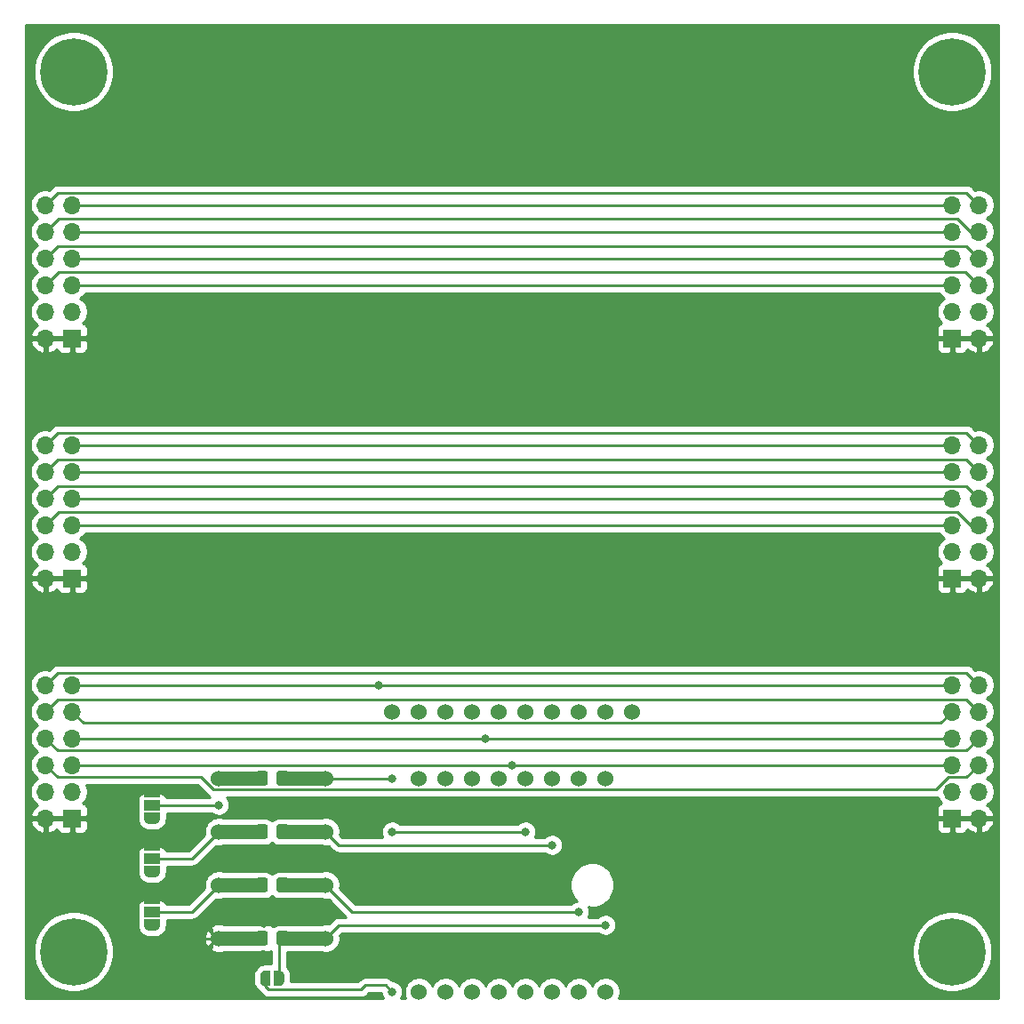
<source format=gbr>
%TF.GenerationSoftware,KiCad,Pcbnew,5.1.10*%
%TF.CreationDate,2021-12-30T18:00:27+01:00*%
%TF.ProjectId,keypad_board,6b657970-6164-45f6-926f-6172642e6b69,rev?*%
%TF.SameCoordinates,Original*%
%TF.FileFunction,Copper,L1,Top*%
%TF.FilePolarity,Positive*%
%FSLAX46Y46*%
G04 Gerber Fmt 4.6, Leading zero omitted, Abs format (unit mm)*
G04 Created by KiCad (PCBNEW 5.1.10) date 2021-12-30 18:00:27*
%MOMM*%
%LPD*%
G01*
G04 APERTURE LIST*
%TA.AperFunction,EtchedComponent*%
%ADD10C,0.100000*%
%TD*%
%TA.AperFunction,SMDPad,CuDef*%
%ADD11C,0.100000*%
%TD*%
%TA.AperFunction,SMDPad,CuDef*%
%ADD12R,1.500000X1.000000*%
%TD*%
%TA.AperFunction,ComponentPad*%
%ADD13C,1.524000*%
%TD*%
%TA.AperFunction,ComponentPad*%
%ADD14C,0.800000*%
%TD*%
%TA.AperFunction,ComponentPad*%
%ADD15C,6.400000*%
%TD*%
%TA.AperFunction,ComponentPad*%
%ADD16O,1.700000X1.700000*%
%TD*%
%TA.AperFunction,ComponentPad*%
%ADD17R,1.700000X1.700000*%
%TD*%
%TA.AperFunction,ViaPad*%
%ADD18C,0.800000*%
%TD*%
%TA.AperFunction,Conductor*%
%ADD19C,0.250000*%
%TD*%
%TA.AperFunction,Conductor*%
%ADD20C,0.254000*%
%TD*%
%TA.AperFunction,Conductor*%
%ADD21C,0.100000*%
%TD*%
G04 APERTURE END LIST*
D10*
%TO.C,R4*%
G36*
X83820000Y-130175000D02*
G01*
X87630000Y-130175000D01*
X87630000Y-131445000D01*
X83820000Y-131445000D01*
X83820000Y-130175000D01*
G37*
X83820000Y-130175000D02*
X87630000Y-130175000D01*
X87630000Y-131445000D01*
X83820000Y-131445000D01*
X83820000Y-130175000D01*
G36*
X77470000Y-130175000D02*
G01*
X81280000Y-130175000D01*
X81280000Y-131445000D01*
X77470000Y-131445000D01*
X77470000Y-130175000D01*
G37*
X77470000Y-130175000D02*
X81280000Y-130175000D01*
X81280000Y-131445000D01*
X77470000Y-131445000D01*
X77470000Y-130175000D01*
%TO.C,R3*%
G36*
X81280000Y-126365000D02*
G01*
X77470000Y-126365000D01*
X77470000Y-125095000D01*
X81280000Y-125095000D01*
X81280000Y-126365000D01*
G37*
X81280000Y-126365000D02*
X77470000Y-126365000D01*
X77470000Y-125095000D01*
X81280000Y-125095000D01*
X81280000Y-126365000D01*
G36*
X87630000Y-126365000D02*
G01*
X83820000Y-126365000D01*
X83820000Y-125095000D01*
X87630000Y-125095000D01*
X87630000Y-126365000D01*
G37*
X87630000Y-126365000D02*
X83820000Y-126365000D01*
X83820000Y-125095000D01*
X87630000Y-125095000D01*
X87630000Y-126365000D01*
%TO.C,R2*%
G36*
X81280000Y-121285000D02*
G01*
X77470000Y-121285000D01*
X77470000Y-120015000D01*
X81280000Y-120015000D01*
X81280000Y-121285000D01*
G37*
X81280000Y-121285000D02*
X77470000Y-121285000D01*
X77470000Y-120015000D01*
X81280000Y-120015000D01*
X81280000Y-121285000D01*
G36*
X87630000Y-121285000D02*
G01*
X83820000Y-121285000D01*
X83820000Y-120015000D01*
X87630000Y-120015000D01*
X87630000Y-121285000D01*
G37*
X87630000Y-121285000D02*
X83820000Y-121285000D01*
X83820000Y-120015000D01*
X87630000Y-120015000D01*
X87630000Y-121285000D01*
%TO.C,R1*%
G36*
X81280000Y-116205000D02*
G01*
X77470000Y-116205000D01*
X77470000Y-114935000D01*
X81280000Y-114935000D01*
X81280000Y-116205000D01*
G37*
X81280000Y-116205000D02*
X77470000Y-116205000D01*
X77470000Y-114935000D01*
X81280000Y-114935000D01*
X81280000Y-116205000D01*
G36*
X87630000Y-116205000D02*
G01*
X83820000Y-116205000D01*
X83820000Y-114935000D01*
X87630000Y-114935000D01*
X87630000Y-116205000D01*
G37*
X87630000Y-116205000D02*
X83820000Y-116205000D01*
X83820000Y-114935000D01*
X87630000Y-114935000D01*
X87630000Y-116205000D01*
%TD*%
%TA.AperFunction,SMDPad,CuDef*%
D11*
%TO.P,JP1,2*%
%TO.N,INT*%
G36*
X83200000Y-133870602D02*
G01*
X83224534Y-133870602D01*
X83273365Y-133875412D01*
X83321490Y-133884984D01*
X83368445Y-133899228D01*
X83413778Y-133918005D01*
X83457051Y-133941136D01*
X83497850Y-133968396D01*
X83535779Y-133999524D01*
X83570476Y-134034221D01*
X83601604Y-134072150D01*
X83628864Y-134112949D01*
X83651995Y-134156222D01*
X83670772Y-134201555D01*
X83685016Y-134248510D01*
X83694588Y-134296635D01*
X83699398Y-134345466D01*
X83699398Y-134370000D01*
X83700000Y-134370000D01*
X83700000Y-134870000D01*
X83699398Y-134870000D01*
X83699398Y-134894534D01*
X83694588Y-134943365D01*
X83685016Y-134991490D01*
X83670772Y-135038445D01*
X83651995Y-135083778D01*
X83628864Y-135127051D01*
X83601604Y-135167850D01*
X83570476Y-135205779D01*
X83535779Y-135240476D01*
X83497850Y-135271604D01*
X83457051Y-135298864D01*
X83413778Y-135321995D01*
X83368445Y-135340772D01*
X83321490Y-135355016D01*
X83273365Y-135364588D01*
X83224534Y-135369398D01*
X83200000Y-135369398D01*
X83200000Y-135370000D01*
X82700000Y-135370000D01*
X82700000Y-133870000D01*
X83200000Y-133870000D01*
X83200000Y-133870602D01*
G37*
%TD.AperFunction*%
%TA.AperFunction,SMDPad,CuDef*%
%TO.P,JP1,1*%
%TO.N,PMOD_I2C_INT*%
G36*
X82400000Y-135370000D02*
G01*
X81900000Y-135370000D01*
X81900000Y-135369398D01*
X81875466Y-135369398D01*
X81826635Y-135364588D01*
X81778510Y-135355016D01*
X81731555Y-135340772D01*
X81686222Y-135321995D01*
X81642949Y-135298864D01*
X81602150Y-135271604D01*
X81564221Y-135240476D01*
X81529524Y-135205779D01*
X81498396Y-135167850D01*
X81471136Y-135127051D01*
X81448005Y-135083778D01*
X81429228Y-135038445D01*
X81414984Y-134991490D01*
X81405412Y-134943365D01*
X81400602Y-134894534D01*
X81400602Y-134870000D01*
X81400000Y-134870000D01*
X81400000Y-134370000D01*
X81400602Y-134370000D01*
X81400602Y-134345466D01*
X81405412Y-134296635D01*
X81414984Y-134248510D01*
X81429228Y-134201555D01*
X81448005Y-134156222D01*
X81471136Y-134112949D01*
X81498396Y-134072150D01*
X81529524Y-134034221D01*
X81564221Y-133999524D01*
X81602150Y-133968396D01*
X81642949Y-133941136D01*
X81686222Y-133918005D01*
X81731555Y-133899228D01*
X81778510Y-133884984D01*
X81826635Y-133875412D01*
X81875466Y-133870602D01*
X81900000Y-133870602D01*
X81900000Y-133870000D01*
X82400000Y-133870000D01*
X82400000Y-135370000D01*
G37*
%TD.AperFunction*%
%TD*%
D12*
%TO.P,JP4,2*%
%TO.N,Net-(JP4-Pad2)*%
X71120000Y-128270000D03*
%TA.AperFunction,SMDPad,CuDef*%
D11*
%TO.P,JP4,3*%
%TO.N,VCC*%
G36*
X70370602Y-126970000D02*
G01*
X70370602Y-126945466D01*
X70375412Y-126896635D01*
X70384984Y-126848510D01*
X70399228Y-126801555D01*
X70418005Y-126756222D01*
X70441136Y-126712949D01*
X70468396Y-126672150D01*
X70499524Y-126634221D01*
X70534221Y-126599524D01*
X70572150Y-126568396D01*
X70612949Y-126541136D01*
X70656222Y-126518005D01*
X70701555Y-126499228D01*
X70748510Y-126484984D01*
X70796635Y-126475412D01*
X70845466Y-126470602D01*
X70870000Y-126470602D01*
X70870000Y-126470000D01*
X71370000Y-126470000D01*
X71370000Y-126470602D01*
X71394534Y-126470602D01*
X71443365Y-126475412D01*
X71491490Y-126484984D01*
X71538445Y-126499228D01*
X71583778Y-126518005D01*
X71627051Y-126541136D01*
X71667850Y-126568396D01*
X71705779Y-126599524D01*
X71740476Y-126634221D01*
X71771604Y-126672150D01*
X71798864Y-126712949D01*
X71821995Y-126756222D01*
X71840772Y-126801555D01*
X71855016Y-126848510D01*
X71864588Y-126896635D01*
X71869398Y-126945466D01*
X71869398Y-126970000D01*
X71870000Y-126970000D01*
X71870000Y-127520000D01*
X70370000Y-127520000D01*
X70370000Y-126970000D01*
X70370602Y-126970000D01*
G37*
%TD.AperFunction*%
%TA.AperFunction,SMDPad,CuDef*%
%TO.P,JP4,1*%
%TO.N,GND*%
G36*
X71870000Y-129020000D02*
G01*
X71870000Y-129570000D01*
X71869398Y-129570000D01*
X71869398Y-129594534D01*
X71864588Y-129643365D01*
X71855016Y-129691490D01*
X71840772Y-129738445D01*
X71821995Y-129783778D01*
X71798864Y-129827051D01*
X71771604Y-129867850D01*
X71740476Y-129905779D01*
X71705779Y-129940476D01*
X71667850Y-129971604D01*
X71627051Y-129998864D01*
X71583778Y-130021995D01*
X71538445Y-130040772D01*
X71491490Y-130055016D01*
X71443365Y-130064588D01*
X71394534Y-130069398D01*
X71370000Y-130069398D01*
X71370000Y-130070000D01*
X70870000Y-130070000D01*
X70870000Y-130069398D01*
X70845466Y-130069398D01*
X70796635Y-130064588D01*
X70748510Y-130055016D01*
X70701555Y-130040772D01*
X70656222Y-130021995D01*
X70612949Y-129998864D01*
X70572150Y-129971604D01*
X70534221Y-129940476D01*
X70499524Y-129905779D01*
X70468396Y-129867850D01*
X70441136Y-129827051D01*
X70418005Y-129783778D01*
X70399228Y-129738445D01*
X70384984Y-129691490D01*
X70375412Y-129643365D01*
X70370602Y-129594534D01*
X70370602Y-129570000D01*
X70370000Y-129570000D01*
X70370000Y-129020000D01*
X71870000Y-129020000D01*
G37*
%TD.AperFunction*%
%TD*%
D12*
%TO.P,JP3,2*%
%TO.N,Net-(JP3-Pad2)*%
X71120000Y-123190000D03*
%TA.AperFunction,SMDPad,CuDef*%
D11*
%TO.P,JP3,3*%
%TO.N,VCC*%
G36*
X70370602Y-121890000D02*
G01*
X70370602Y-121865466D01*
X70375412Y-121816635D01*
X70384984Y-121768510D01*
X70399228Y-121721555D01*
X70418005Y-121676222D01*
X70441136Y-121632949D01*
X70468396Y-121592150D01*
X70499524Y-121554221D01*
X70534221Y-121519524D01*
X70572150Y-121488396D01*
X70612949Y-121461136D01*
X70656222Y-121438005D01*
X70701555Y-121419228D01*
X70748510Y-121404984D01*
X70796635Y-121395412D01*
X70845466Y-121390602D01*
X70870000Y-121390602D01*
X70870000Y-121390000D01*
X71370000Y-121390000D01*
X71370000Y-121390602D01*
X71394534Y-121390602D01*
X71443365Y-121395412D01*
X71491490Y-121404984D01*
X71538445Y-121419228D01*
X71583778Y-121438005D01*
X71627051Y-121461136D01*
X71667850Y-121488396D01*
X71705779Y-121519524D01*
X71740476Y-121554221D01*
X71771604Y-121592150D01*
X71798864Y-121632949D01*
X71821995Y-121676222D01*
X71840772Y-121721555D01*
X71855016Y-121768510D01*
X71864588Y-121816635D01*
X71869398Y-121865466D01*
X71869398Y-121890000D01*
X71870000Y-121890000D01*
X71870000Y-122440000D01*
X70370000Y-122440000D01*
X70370000Y-121890000D01*
X70370602Y-121890000D01*
G37*
%TD.AperFunction*%
%TA.AperFunction,SMDPad,CuDef*%
%TO.P,JP3,1*%
%TO.N,GND*%
G36*
X71870000Y-123940000D02*
G01*
X71870000Y-124490000D01*
X71869398Y-124490000D01*
X71869398Y-124514534D01*
X71864588Y-124563365D01*
X71855016Y-124611490D01*
X71840772Y-124658445D01*
X71821995Y-124703778D01*
X71798864Y-124747051D01*
X71771604Y-124787850D01*
X71740476Y-124825779D01*
X71705779Y-124860476D01*
X71667850Y-124891604D01*
X71627051Y-124918864D01*
X71583778Y-124941995D01*
X71538445Y-124960772D01*
X71491490Y-124975016D01*
X71443365Y-124984588D01*
X71394534Y-124989398D01*
X71370000Y-124989398D01*
X71370000Y-124990000D01*
X70870000Y-124990000D01*
X70870000Y-124989398D01*
X70845466Y-124989398D01*
X70796635Y-124984588D01*
X70748510Y-124975016D01*
X70701555Y-124960772D01*
X70656222Y-124941995D01*
X70612949Y-124918864D01*
X70572150Y-124891604D01*
X70534221Y-124860476D01*
X70499524Y-124825779D01*
X70468396Y-124787850D01*
X70441136Y-124747051D01*
X70418005Y-124703778D01*
X70399228Y-124658445D01*
X70384984Y-124611490D01*
X70375412Y-124563365D01*
X70370602Y-124514534D01*
X70370602Y-124490000D01*
X70370000Y-124490000D01*
X70370000Y-123940000D01*
X71870000Y-123940000D01*
G37*
%TD.AperFunction*%
%TD*%
D12*
%TO.P,JP2,2*%
%TO.N,Net-(JP2-Pad2)*%
X71120000Y-118110000D03*
%TA.AperFunction,SMDPad,CuDef*%
D11*
%TO.P,JP2,3*%
%TO.N,VCC*%
G36*
X70370602Y-116810000D02*
G01*
X70370602Y-116785466D01*
X70375412Y-116736635D01*
X70384984Y-116688510D01*
X70399228Y-116641555D01*
X70418005Y-116596222D01*
X70441136Y-116552949D01*
X70468396Y-116512150D01*
X70499524Y-116474221D01*
X70534221Y-116439524D01*
X70572150Y-116408396D01*
X70612949Y-116381136D01*
X70656222Y-116358005D01*
X70701555Y-116339228D01*
X70748510Y-116324984D01*
X70796635Y-116315412D01*
X70845466Y-116310602D01*
X70870000Y-116310602D01*
X70870000Y-116310000D01*
X71370000Y-116310000D01*
X71370000Y-116310602D01*
X71394534Y-116310602D01*
X71443365Y-116315412D01*
X71491490Y-116324984D01*
X71538445Y-116339228D01*
X71583778Y-116358005D01*
X71627051Y-116381136D01*
X71667850Y-116408396D01*
X71705779Y-116439524D01*
X71740476Y-116474221D01*
X71771604Y-116512150D01*
X71798864Y-116552949D01*
X71821995Y-116596222D01*
X71840772Y-116641555D01*
X71855016Y-116688510D01*
X71864588Y-116736635D01*
X71869398Y-116785466D01*
X71869398Y-116810000D01*
X71870000Y-116810000D01*
X71870000Y-117360000D01*
X70370000Y-117360000D01*
X70370000Y-116810000D01*
X70370602Y-116810000D01*
G37*
%TD.AperFunction*%
%TA.AperFunction,SMDPad,CuDef*%
%TO.P,JP2,1*%
%TO.N,GND*%
G36*
X71870000Y-118860000D02*
G01*
X71870000Y-119410000D01*
X71869398Y-119410000D01*
X71869398Y-119434534D01*
X71864588Y-119483365D01*
X71855016Y-119531490D01*
X71840772Y-119578445D01*
X71821995Y-119623778D01*
X71798864Y-119667051D01*
X71771604Y-119707850D01*
X71740476Y-119745779D01*
X71705779Y-119780476D01*
X71667850Y-119811604D01*
X71627051Y-119838864D01*
X71583778Y-119861995D01*
X71538445Y-119880772D01*
X71491490Y-119895016D01*
X71443365Y-119904588D01*
X71394534Y-119909398D01*
X71370000Y-119909398D01*
X71370000Y-119910000D01*
X70870000Y-119910000D01*
X70870000Y-119909398D01*
X70845466Y-119909398D01*
X70796635Y-119904588D01*
X70748510Y-119895016D01*
X70701555Y-119880772D01*
X70656222Y-119861995D01*
X70612949Y-119838864D01*
X70572150Y-119811604D01*
X70534221Y-119780476D01*
X70499524Y-119745779D01*
X70468396Y-119707850D01*
X70441136Y-119667051D01*
X70418005Y-119623778D01*
X70399228Y-119578445D01*
X70384984Y-119531490D01*
X70375412Y-119483365D01*
X70370602Y-119434534D01*
X70370602Y-119410000D01*
X70370000Y-119410000D01*
X70370000Y-118860000D01*
X71870000Y-118860000D01*
G37*
%TD.AperFunction*%
%TD*%
D13*
%TO.P,R4,2*%
%TO.N,VCC*%
X77470000Y-130810000D03*
%TO.P,R4,1*%
%TO.N,INT*%
X87630000Y-130810000D03*
%TO.P,R4,2*%
%TO.N,VCC*%
%TA.AperFunction,SMDPad,CuDef*%
G36*
G01*
X82150000Y-130359999D02*
X82150000Y-131260001D01*
G75*
G02*
X81900001Y-131510000I-249999J0D01*
G01*
X81199999Y-131510000D01*
G75*
G02*
X80950000Y-131260001I0J249999D01*
G01*
X80950000Y-130359999D01*
G75*
G02*
X81199999Y-130110000I249999J0D01*
G01*
X81900001Y-130110000D01*
G75*
G02*
X82150000Y-130359999I0J-249999D01*
G01*
G37*
%TD.AperFunction*%
%TO.P,R4,1*%
%TO.N,INT*%
%TA.AperFunction,SMDPad,CuDef*%
G36*
G01*
X84150000Y-130359999D02*
X84150000Y-131260001D01*
G75*
G02*
X83900001Y-131510000I-249999J0D01*
G01*
X83199999Y-131510000D01*
G75*
G02*
X82950000Y-131260001I0J249999D01*
G01*
X82950000Y-130359999D01*
G75*
G02*
X83199999Y-130110000I249999J0D01*
G01*
X83900001Y-130110000D01*
G75*
G02*
X84150000Y-130359999I0J-249999D01*
G01*
G37*
%TD.AperFunction*%
%TD*%
%TO.P,R3,2*%
%TO.N,A2*%
X87630000Y-125730000D03*
%TO.P,R3,1*%
%TO.N,Net-(JP4-Pad2)*%
X77470000Y-125730000D03*
%TO.P,R3,2*%
%TO.N,A2*%
%TA.AperFunction,SMDPad,CuDef*%
G36*
G01*
X82950000Y-126180001D02*
X82950000Y-125279999D01*
G75*
G02*
X83199999Y-125030000I249999J0D01*
G01*
X83900001Y-125030000D01*
G75*
G02*
X84150000Y-125279999I0J-249999D01*
G01*
X84150000Y-126180001D01*
G75*
G02*
X83900001Y-126430000I-249999J0D01*
G01*
X83199999Y-126430000D01*
G75*
G02*
X82950000Y-126180001I0J249999D01*
G01*
G37*
%TD.AperFunction*%
%TO.P,R3,1*%
%TO.N,Net-(JP4-Pad2)*%
%TA.AperFunction,SMDPad,CuDef*%
G36*
G01*
X80950000Y-126180001D02*
X80950000Y-125279999D01*
G75*
G02*
X81199999Y-125030000I249999J0D01*
G01*
X81900001Y-125030000D01*
G75*
G02*
X82150000Y-125279999I0J-249999D01*
G01*
X82150000Y-126180001D01*
G75*
G02*
X81900001Y-126430000I-249999J0D01*
G01*
X81199999Y-126430000D01*
G75*
G02*
X80950000Y-126180001I0J249999D01*
G01*
G37*
%TD.AperFunction*%
%TD*%
%TO.P,R2,2*%
%TO.N,A1*%
X87630000Y-120650000D03*
%TO.P,R2,1*%
%TO.N,Net-(JP3-Pad2)*%
X77470000Y-120650000D03*
%TO.P,R2,2*%
%TO.N,A1*%
%TA.AperFunction,SMDPad,CuDef*%
G36*
G01*
X82950000Y-121100001D02*
X82950000Y-120199999D01*
G75*
G02*
X83199999Y-119950000I249999J0D01*
G01*
X83900001Y-119950000D01*
G75*
G02*
X84150000Y-120199999I0J-249999D01*
G01*
X84150000Y-121100001D01*
G75*
G02*
X83900001Y-121350000I-249999J0D01*
G01*
X83199999Y-121350000D01*
G75*
G02*
X82950000Y-121100001I0J249999D01*
G01*
G37*
%TD.AperFunction*%
%TO.P,R2,1*%
%TO.N,Net-(JP3-Pad2)*%
%TA.AperFunction,SMDPad,CuDef*%
G36*
G01*
X80950000Y-121100001D02*
X80950000Y-120199999D01*
G75*
G02*
X81199999Y-119950000I249999J0D01*
G01*
X81900001Y-119950000D01*
G75*
G02*
X82150000Y-120199999I0J-249999D01*
G01*
X82150000Y-121100001D01*
G75*
G02*
X81900001Y-121350000I-249999J0D01*
G01*
X81199999Y-121350000D01*
G75*
G02*
X80950000Y-121100001I0J249999D01*
G01*
G37*
%TD.AperFunction*%
%TD*%
%TO.P,R1,2*%
%TO.N,A0*%
X87630000Y-115570000D03*
%TO.P,R1,1*%
%TO.N,Net-(JP2-Pad2)*%
X77470000Y-115570000D03*
%TO.P,R1,2*%
%TO.N,A0*%
%TA.AperFunction,SMDPad,CuDef*%
G36*
G01*
X82950000Y-116020001D02*
X82950000Y-115119999D01*
G75*
G02*
X83199999Y-114870000I249999J0D01*
G01*
X83900001Y-114870000D01*
G75*
G02*
X84150000Y-115119999I0J-249999D01*
G01*
X84150000Y-116020001D01*
G75*
G02*
X83900001Y-116270000I-249999J0D01*
G01*
X83199999Y-116270000D01*
G75*
G02*
X82950000Y-116020001I0J249999D01*
G01*
G37*
%TD.AperFunction*%
%TO.P,R1,1*%
%TO.N,Net-(JP2-Pad2)*%
%TA.AperFunction,SMDPad,CuDef*%
G36*
G01*
X80950000Y-116020001D02*
X80950000Y-115119999D01*
G75*
G02*
X81199999Y-114870000I249999J0D01*
G01*
X81900001Y-114870000D01*
G75*
G02*
X82150000Y-115119999I0J-249999D01*
G01*
X82150000Y-116020001D01*
G75*
G02*
X81900001Y-116270000I-249999J0D01*
G01*
X81199999Y-116270000D01*
G75*
G02*
X80950000Y-116020001I0J249999D01*
G01*
G37*
%TD.AperFunction*%
%TD*%
%TO.P,U3,10*%
%TO.N,N/C*%
X116840000Y-109220000D03*
%TO.P,U3,1*%
X93980000Y-109220000D03*
%TO.P,U3,9*%
%TO.N,Net-(U1-Pad9)*%
X114300000Y-109220000D03*
%TO.P,U3,2*%
%TO.N,Net-(U1-Pad16)*%
X96520000Y-109220000D03*
%TO.P,U3,8*%
%TO.N,Net-(U1-Pad10)*%
X111760000Y-109220000D03*
%TO.P,U3,3*%
%TO.N,Net-(U1-Pad15)*%
X99060000Y-109220000D03*
%TO.P,U3,7*%
%TO.N,Net-(U1-Pad11)*%
X109220000Y-109220000D03*
%TO.P,U3,4*%
%TO.N,Net-(U1-Pad14)*%
X101600000Y-109220000D03*
%TO.P,U3,6*%
%TO.N,Net-(U1-Pad12)*%
X106680000Y-109220000D03*
%TO.P,U3,5*%
%TO.N,Net-(U1-Pad13)*%
X104140000Y-109220000D03*
%TD*%
%TO.P,U1,16*%
%TO.N,Net-(U1-Pad16)*%
X96520000Y-115570000D03*
%TO.P,U1,15*%
%TO.N,Net-(U1-Pad15)*%
X99060000Y-115570000D03*
%TO.P,U1,14*%
%TO.N,Net-(U1-Pad14)*%
X101600000Y-115570000D03*
%TO.P,U1,13*%
%TO.N,Net-(U1-Pad13)*%
X104140000Y-115570000D03*
%TO.P,U1,12*%
%TO.N,Net-(U1-Pad12)*%
X106680000Y-115570000D03*
%TO.P,U1,11*%
%TO.N,Net-(U1-Pad11)*%
X109220000Y-115570000D03*
%TO.P,U1,10*%
%TO.N,Net-(U1-Pad10)*%
X111760000Y-115570000D03*
%TO.P,U1,9*%
%TO.N,Net-(U1-Pad9)*%
X114300000Y-115570000D03*
%TO.P,U1,8*%
%TO.N,INT*%
X114300000Y-135890000D03*
%TO.P,U1,7*%
%TO.N,A2*%
X111760000Y-135890000D03*
%TO.P,U1,6*%
%TO.N,A1*%
X109220000Y-135890000D03*
%TO.P,U1,5*%
%TO.N,A0*%
X106680000Y-135890000D03*
%TO.P,U1,4*%
%TO.N,SDA*%
X104140000Y-135890000D03*
%TO.P,U1,3*%
%TO.N,SCL*%
X101600000Y-135890000D03*
%TO.P,U1,2*%
%TO.N,N/C*%
X99060000Y-135890000D03*
%TO.P,U1,1*%
X96520000Y-135890000D03*
%TD*%
D14*
%TO.P,H4,1*%
%TO.N,N/C*%
X149017056Y-130382944D03*
X147320000Y-129680000D03*
X145622944Y-130382944D03*
X144920000Y-132080000D03*
X145622944Y-133777056D03*
X147320000Y-134480000D03*
X149017056Y-133777056D03*
X149720000Y-132080000D03*
D15*
X147320000Y-132080000D03*
%TD*%
D14*
%TO.P,H3,1*%
%TO.N,N/C*%
X149017056Y-46562944D03*
X147320000Y-45860000D03*
X145622944Y-46562944D03*
X144920000Y-48260000D03*
X145622944Y-49957056D03*
X147320000Y-50660000D03*
X149017056Y-49957056D03*
X149720000Y-48260000D03*
D15*
X147320000Y-48260000D03*
%TD*%
D14*
%TO.P,H2,1*%
%TO.N,N/C*%
X65337056Y-130382944D03*
X63640000Y-129680000D03*
X61942944Y-130382944D03*
X61240000Y-132080000D03*
X61942944Y-133777056D03*
X63640000Y-134480000D03*
X65337056Y-133777056D03*
X66040000Y-132080000D03*
D15*
X63640000Y-132080000D03*
%TD*%
D14*
%TO.P,H1,1*%
%TO.N,N/C*%
X65337056Y-46562944D03*
X63640000Y-45860000D03*
X61942944Y-46562944D03*
X61240000Y-48260000D03*
X61942944Y-49957056D03*
X63640000Y-50660000D03*
X65337056Y-49957056D03*
X66040000Y-48260000D03*
D15*
X63640000Y-48260000D03*
%TD*%
D16*
%TO.P,J9,12*%
%TO.N,PMOD_SPI_INT*%
X149860000Y-60960000D03*
%TO.P,J9,11*%
%TO.N,PMOD_SPI_CS*%
X147320000Y-60960000D03*
%TO.P,J9,10*%
%TO.N,PMOD_SPI_RESET*%
X149860000Y-63500000D03*
%TO.P,J9,9*%
%TO.N,PMOD_SPI_MOSI*%
X147320000Y-63500000D03*
%TO.P,J9,8*%
%TO.N,PMOD_SPI_CS2*%
X149860000Y-66040000D03*
%TO.P,J9,7*%
%TO.N,PMOD_SPI_MISO*%
X147320000Y-66040000D03*
%TO.P,J9,6*%
%TO.N,PMOD_SPI_CS3*%
X149860000Y-68580000D03*
%TO.P,J9,5*%
%TO.N,PMOD_SPI_SCK*%
X147320000Y-68580000D03*
%TO.P,J9,4*%
%TO.N,GND*%
X149860000Y-71120000D03*
%TO.P,J9,3*%
X147320000Y-71120000D03*
%TO.P,J9,2*%
%TO.N,VCC*%
X149860000Y-73660000D03*
D17*
%TO.P,J9,1*%
X147320000Y-73660000D03*
%TD*%
D16*
%TO.P,J8,12*%
%TO.N,PMOD_UART_INT*%
X149860000Y-83820000D03*
%TO.P,J8,11*%
%TO.N,PMOD_UART_CTS*%
X147320000Y-83820000D03*
%TO.P,J8,10*%
%TO.N,PMOD_UART_RESER*%
X149860000Y-86360000D03*
%TO.P,J8,9*%
%TO.N,PMOD_UART_TXD*%
X147320000Y-86360000D03*
%TO.P,J8,8*%
%TO.N,PMOD_UART_GPIO3*%
X149860000Y-88900000D03*
%TO.P,J8,7*%
%TO.N,PMOD_UART_RXD*%
X147320000Y-88900000D03*
%TO.P,J8,6*%
%TO.N,PMOD_UART_GPIO4*%
X149860000Y-91440000D03*
%TO.P,J8,5*%
%TO.N,PMOD_UART_RTS*%
X147320000Y-91440000D03*
%TO.P,J8,4*%
%TO.N,GND*%
X149860000Y-93980000D03*
%TO.P,J8,3*%
X147320000Y-93980000D03*
%TO.P,J8,2*%
%TO.N,VCC*%
X149860000Y-96520000D03*
D17*
%TO.P,J8,1*%
X147320000Y-96520000D03*
%TD*%
D16*
%TO.P,J7,12*%
%TO.N,PMOD_I2C_GPIO1*%
X149860000Y-106680000D03*
%TO.P,J7,11*%
%TO.N,PMOD_I2C_INT*%
X147320000Y-106680000D03*
%TO.P,J7,10*%
%TO.N,PMOD_I2C_GPIO2*%
X149860000Y-109220000D03*
%TO.P,J7,9*%
%TO.N,PMOD_I2C_RESET*%
X147320000Y-109220000D03*
%TO.P,J7,8*%
%TO.N,PMOD_I2C_GPIO3*%
X149860000Y-111760000D03*
%TO.P,J7,7*%
%TO.N,SCL*%
X147320000Y-111760000D03*
%TO.P,J7,6*%
%TO.N,PMOD_I2C_GPIO4*%
X149860000Y-114300000D03*
%TO.P,J7,5*%
%TO.N,SDA*%
X147320000Y-114300000D03*
%TO.P,J7,4*%
%TO.N,GND*%
X149860000Y-116840000D03*
%TO.P,J7,3*%
X147320000Y-116840000D03*
%TO.P,J7,2*%
%TO.N,VCC*%
X149860000Y-119380000D03*
D17*
%TO.P,J7,1*%
X147320000Y-119380000D03*
%TD*%
D16*
%TO.P,J3,12*%
%TO.N,PMOD_SPI_INT*%
X60960000Y-60960000D03*
%TO.P,J3,11*%
%TO.N,PMOD_SPI_CS*%
X63500000Y-60960000D03*
%TO.P,J3,10*%
%TO.N,PMOD_SPI_RESET*%
X60960000Y-63500000D03*
%TO.P,J3,9*%
%TO.N,PMOD_SPI_MOSI*%
X63500000Y-63500000D03*
%TO.P,J3,8*%
%TO.N,PMOD_SPI_CS2*%
X60960000Y-66040000D03*
%TO.P,J3,7*%
%TO.N,PMOD_SPI_MISO*%
X63500000Y-66040000D03*
%TO.P,J3,6*%
%TO.N,PMOD_SPI_CS3*%
X60960000Y-68580000D03*
%TO.P,J3,5*%
%TO.N,PMOD_SPI_SCK*%
X63500000Y-68580000D03*
%TO.P,J3,4*%
%TO.N,GND*%
X60960000Y-71120000D03*
%TO.P,J3,3*%
X63500000Y-71120000D03*
%TO.P,J3,2*%
%TO.N,VCC*%
X60960000Y-73660000D03*
D17*
%TO.P,J3,1*%
X63500000Y-73660000D03*
%TD*%
D16*
%TO.P,J2,12*%
%TO.N,PMOD_UART_INT*%
X60960000Y-83820000D03*
%TO.P,J2,11*%
%TO.N,PMOD_UART_CTS*%
X63500000Y-83820000D03*
%TO.P,J2,10*%
%TO.N,PMOD_UART_RESER*%
X60960000Y-86360000D03*
%TO.P,J2,9*%
%TO.N,PMOD_UART_TXD*%
X63500000Y-86360000D03*
%TO.P,J2,8*%
%TO.N,PMOD_UART_GPIO3*%
X60960000Y-88900000D03*
%TO.P,J2,7*%
%TO.N,PMOD_UART_RXD*%
X63500000Y-88900000D03*
%TO.P,J2,6*%
%TO.N,PMOD_UART_GPIO4*%
X60960000Y-91440000D03*
%TO.P,J2,5*%
%TO.N,PMOD_UART_RTS*%
X63500000Y-91440000D03*
%TO.P,J2,4*%
%TO.N,GND*%
X60960000Y-93980000D03*
%TO.P,J2,3*%
X63500000Y-93980000D03*
%TO.P,J2,2*%
%TO.N,VCC*%
X60960000Y-96520000D03*
D17*
%TO.P,J2,1*%
X63500000Y-96520000D03*
%TD*%
D16*
%TO.P,J1,12*%
%TO.N,PMOD_I2C_GPIO1*%
X60960000Y-106680000D03*
%TO.P,J1,11*%
%TO.N,PMOD_I2C_INT*%
X63500000Y-106680000D03*
%TO.P,J1,10*%
%TO.N,PMOD_I2C_GPIO2*%
X60960000Y-109220000D03*
%TO.P,J1,9*%
%TO.N,PMOD_I2C_RESET*%
X63500000Y-109220000D03*
%TO.P,J1,8*%
%TO.N,PMOD_I2C_GPIO3*%
X60960000Y-111760000D03*
%TO.P,J1,7*%
%TO.N,SCL*%
X63500000Y-111760000D03*
%TO.P,J1,6*%
%TO.N,PMOD_I2C_GPIO4*%
X60960000Y-114300000D03*
%TO.P,J1,5*%
%TO.N,SDA*%
X63500000Y-114300000D03*
%TO.P,J1,4*%
%TO.N,GND*%
X60960000Y-116840000D03*
%TO.P,J1,3*%
X63500000Y-116840000D03*
%TO.P,J1,2*%
%TO.N,VCC*%
X60960000Y-119380000D03*
D17*
%TO.P,J1,1*%
X63500000Y-119380000D03*
%TD*%
D18*
%TO.N,GND*%
X71120000Y-129540000D03*
X71120000Y-124460000D03*
X71120000Y-119380000D03*
%TO.N,SCL*%
X102870000Y-111760000D03*
%TO.N,SDA*%
X105410000Y-114300000D03*
%TO.N,Net-(JP2-Pad2)*%
X77470000Y-118110000D03*
%TO.N,PMOD_I2C_INT*%
X93980000Y-135890000D03*
X92710000Y-106680000D03*
%TO.N,INT*%
X114300000Y-129540000D03*
%TO.N,A0*%
X106680000Y-120650000D03*
X93980000Y-120650000D03*
X93980000Y-115570000D03*
%TO.N,A1*%
X109220000Y-121920000D03*
%TO.N,A2*%
X111760000Y-128270000D03*
%TD*%
D19*
%TO.N,SCL*%
X63500000Y-111760000D02*
X102870000Y-111760000D01*
X147320000Y-111760000D02*
X63500000Y-111760000D01*
%TO.N,SDA*%
X63500000Y-114300000D02*
X147320000Y-114300000D01*
%TO.N,VCC*%
X81550000Y-130810000D02*
X77470000Y-130810000D01*
X77470000Y-130810000D02*
X76200000Y-130810000D01*
X71120000Y-116810000D02*
X68610000Y-116810000D01*
X68610000Y-116810000D02*
X67310000Y-118110000D01*
X67310000Y-118110000D02*
X67310000Y-120650000D01*
X67310000Y-120650000D02*
X68580000Y-121920000D01*
X68610000Y-121890000D02*
X71120000Y-121890000D01*
X68580000Y-121920000D02*
X68610000Y-121890000D01*
X68610000Y-121890000D02*
X67310000Y-123190000D01*
X67310000Y-123190000D02*
X67310000Y-125730000D01*
X68550000Y-126970000D02*
X71120000Y-126970000D01*
X67310000Y-125730000D02*
X68550000Y-126970000D01*
X68550000Y-126970000D02*
X68550000Y-127030000D01*
X68550000Y-127030000D02*
X67310000Y-128270000D01*
X67310000Y-128270000D02*
X67310000Y-130810000D01*
X67310000Y-130810000D02*
X68580000Y-132080000D01*
X74930000Y-132080000D02*
X76200000Y-130810000D01*
X68580000Y-132080000D02*
X74930000Y-132080000D01*
%TO.N,Net-(JP2-Pad2)*%
X71120000Y-118110000D02*
X77470000Y-118110000D01*
X81550000Y-115570000D02*
X77470000Y-115570000D01*
%TO.N,PMOD_UART_INT*%
X148684999Y-82644999D02*
X62135001Y-82644999D01*
X62135001Y-82644999D02*
X60960000Y-83820000D01*
X149860000Y-83820000D02*
X148684999Y-82644999D01*
%TO.N,PMOD_UART_CTS*%
X63500000Y-83820000D02*
X147320000Y-83820000D01*
%TO.N,PMOD_UART_RESER*%
X148684999Y-85184999D02*
X149860000Y-86360000D01*
X62135001Y-85184999D02*
X148684999Y-85184999D01*
X60960000Y-86360000D02*
X62135001Y-85184999D01*
%TO.N,PMOD_UART_TXD*%
X147320000Y-86360000D02*
X63500000Y-86360000D01*
%TO.N,PMOD_UART_GPIO3*%
X62135001Y-87724999D02*
X60960000Y-88900000D01*
X148684999Y-87724999D02*
X62135001Y-87724999D01*
X149860000Y-88900000D02*
X148684999Y-87724999D01*
%TO.N,PMOD_UART_RXD*%
X63500000Y-88900000D02*
X147320000Y-88900000D01*
%TO.N,PMOD_UART_GPIO4*%
X60960000Y-91440000D02*
X62230000Y-90170000D01*
X149059002Y-91440000D02*
X149860000Y-91440000D01*
X147789002Y-90170000D02*
X149059002Y-91440000D01*
X62230000Y-90170000D02*
X147789002Y-90170000D01*
%TO.N,PMOD_UART_RTS*%
X147320000Y-91440000D02*
X63500000Y-91440000D01*
%TO.N,PMOD_SPI_INT*%
X62135001Y-59784999D02*
X60960000Y-60960000D01*
X148684999Y-59784999D02*
X62135001Y-59784999D01*
X149860000Y-60960000D02*
X148684999Y-59784999D01*
%TO.N,PMOD_SPI_CS*%
X63500000Y-60960000D02*
X147320000Y-60960000D01*
%TO.N,PMOD_SPI_RESET*%
X60960000Y-63500000D02*
X62230000Y-62230000D01*
X149059002Y-63500000D02*
X149860000Y-63500000D01*
X147789002Y-62230000D02*
X149059002Y-63500000D01*
X62230000Y-62230000D02*
X147789002Y-62230000D01*
%TO.N,PMOD_SPI_MOSI*%
X147320000Y-63500000D02*
X63500000Y-63500000D01*
%TO.N,PMOD_SPI_CS2*%
X62135001Y-64864999D02*
X60960000Y-66040000D01*
X148684999Y-64864999D02*
X62135001Y-64864999D01*
X149860000Y-66040000D02*
X148684999Y-64864999D01*
%TO.N,PMOD_SPI_MISO*%
X63500000Y-66040000D02*
X147320000Y-66040000D01*
%TO.N,PMOD_SPI_CS3*%
X148590000Y-67310000D02*
X149860000Y-68580000D01*
X62230000Y-67310000D02*
X148590000Y-67310000D01*
X60960000Y-68580000D02*
X62230000Y-67310000D01*
%TO.N,PMOD_SPI_SCK*%
X147320000Y-68580000D02*
X63500000Y-68580000D01*
%TO.N,PMOD_I2C_GPIO1*%
X62135001Y-105504999D02*
X60960000Y-106680000D01*
X148684999Y-105504999D02*
X62135001Y-105504999D01*
X149860000Y-106680000D02*
X148684999Y-105504999D01*
%TO.N,PMOD_I2C_INT*%
X93360000Y-135270000D02*
X93980000Y-135890000D01*
X91440000Y-135270000D02*
X93360000Y-135270000D01*
X92710000Y-106680000D02*
X147320000Y-106680000D01*
X63500000Y-106680000D02*
X92710000Y-106680000D01*
X81900000Y-135367592D02*
X81900000Y-134620000D01*
X82227418Y-135695010D02*
X81900000Y-135367592D01*
X91014990Y-135695010D02*
X82227418Y-135695010D01*
X91440000Y-135270000D02*
X91014990Y-135695010D01*
%TO.N,PMOD_I2C_GPIO2*%
X148684999Y-108044999D02*
X149860000Y-109220000D01*
X62135001Y-108044999D02*
X148684999Y-108044999D01*
X60960000Y-109220000D02*
X62135001Y-108044999D01*
%TO.N,PMOD_I2C_RESET*%
X146232999Y-110307001D02*
X147320000Y-109220000D01*
X64587001Y-110307001D02*
X146232999Y-110307001D01*
X63500000Y-109220000D02*
X64587001Y-110307001D01*
%TO.N,PMOD_I2C_GPIO3*%
X62135001Y-112935001D02*
X60960000Y-111760000D01*
X148684999Y-112935001D02*
X62135001Y-112935001D01*
X149860000Y-111760000D02*
X148684999Y-112935001D01*
%TO.N,PMOD_I2C_GPIO4*%
X148684999Y-115475001D02*
X149860000Y-114300000D01*
X146945997Y-115475001D02*
X148684999Y-115475001D01*
X145763997Y-116657001D02*
X146945997Y-115475001D01*
X75766239Y-115475001D02*
X76948239Y-116657001D01*
X76948239Y-116657001D02*
X145763997Y-116657001D01*
X62135001Y-115475001D02*
X75766239Y-115475001D01*
X60960000Y-114300000D02*
X62135001Y-115475001D01*
%TO.N,INT*%
X88900000Y-129540000D02*
X87630000Y-130810000D01*
X114300000Y-129540000D02*
X88900000Y-129540000D01*
X83550000Y-130810000D02*
X87630000Y-130810000D01*
X83200000Y-131160000D02*
X83550000Y-130810000D01*
X83200000Y-134620000D02*
X83200000Y-131160000D01*
%TO.N,A0*%
X106680000Y-120650000D02*
X93980000Y-120650000D01*
X93980000Y-115570000D02*
X87630000Y-115570000D01*
X87630000Y-115570000D02*
X83550000Y-115570000D01*
%TO.N,A1*%
X109220000Y-121920000D02*
X92710000Y-121920000D01*
X88900000Y-121920000D02*
X87630000Y-120650000D01*
X92710000Y-121920000D02*
X88900000Y-121920000D01*
X87630000Y-120650000D02*
X83550000Y-120650000D01*
%TO.N,Net-(JP3-Pad2)*%
X74930000Y-123190000D02*
X77470000Y-120650000D01*
X71120000Y-123190000D02*
X74930000Y-123190000D01*
X77470000Y-120650000D02*
X81280000Y-120650000D01*
X81550000Y-120650000D02*
X77470000Y-120650000D01*
%TO.N,A2*%
X90170000Y-128270000D02*
X87630000Y-125730000D01*
X111760000Y-128270000D02*
X90170000Y-128270000D01*
X87630000Y-125730000D02*
X83550000Y-125730000D01*
%TO.N,Net-(JP4-Pad2)*%
X74930000Y-128270000D02*
X77470000Y-125730000D01*
X71120000Y-128270000D02*
X74930000Y-128270000D01*
X81550000Y-125730000D02*
X77470000Y-125730000D01*
%TD*%
D20*
%TO.N,VCC*%
X151740001Y-136500000D02*
X115559431Y-136500000D01*
X115643314Y-136297490D01*
X115697000Y-136027592D01*
X115697000Y-135752408D01*
X115643314Y-135482510D01*
X115538005Y-135228273D01*
X115385120Y-134999465D01*
X115190535Y-134804880D01*
X114961727Y-134651995D01*
X114707490Y-134546686D01*
X114437592Y-134493000D01*
X114162408Y-134493000D01*
X113892510Y-134546686D01*
X113638273Y-134651995D01*
X113409465Y-134804880D01*
X113214880Y-134999465D01*
X113061995Y-135228273D01*
X113030000Y-135305515D01*
X112998005Y-135228273D01*
X112845120Y-134999465D01*
X112650535Y-134804880D01*
X112421727Y-134651995D01*
X112167490Y-134546686D01*
X111897592Y-134493000D01*
X111622408Y-134493000D01*
X111352510Y-134546686D01*
X111098273Y-134651995D01*
X110869465Y-134804880D01*
X110674880Y-134999465D01*
X110521995Y-135228273D01*
X110490000Y-135305515D01*
X110458005Y-135228273D01*
X110305120Y-134999465D01*
X110110535Y-134804880D01*
X109881727Y-134651995D01*
X109627490Y-134546686D01*
X109357592Y-134493000D01*
X109082408Y-134493000D01*
X108812510Y-134546686D01*
X108558273Y-134651995D01*
X108329465Y-134804880D01*
X108134880Y-134999465D01*
X107981995Y-135228273D01*
X107950000Y-135305515D01*
X107918005Y-135228273D01*
X107765120Y-134999465D01*
X107570535Y-134804880D01*
X107341727Y-134651995D01*
X107087490Y-134546686D01*
X106817592Y-134493000D01*
X106542408Y-134493000D01*
X106272510Y-134546686D01*
X106018273Y-134651995D01*
X105789465Y-134804880D01*
X105594880Y-134999465D01*
X105441995Y-135228273D01*
X105410000Y-135305515D01*
X105378005Y-135228273D01*
X105225120Y-134999465D01*
X105030535Y-134804880D01*
X104801727Y-134651995D01*
X104547490Y-134546686D01*
X104277592Y-134493000D01*
X104002408Y-134493000D01*
X103732510Y-134546686D01*
X103478273Y-134651995D01*
X103249465Y-134804880D01*
X103054880Y-134999465D01*
X102901995Y-135228273D01*
X102870000Y-135305515D01*
X102838005Y-135228273D01*
X102685120Y-134999465D01*
X102490535Y-134804880D01*
X102261727Y-134651995D01*
X102007490Y-134546686D01*
X101737592Y-134493000D01*
X101462408Y-134493000D01*
X101192510Y-134546686D01*
X100938273Y-134651995D01*
X100709465Y-134804880D01*
X100514880Y-134999465D01*
X100361995Y-135228273D01*
X100330000Y-135305515D01*
X100298005Y-135228273D01*
X100145120Y-134999465D01*
X99950535Y-134804880D01*
X99721727Y-134651995D01*
X99467490Y-134546686D01*
X99197592Y-134493000D01*
X98922408Y-134493000D01*
X98652510Y-134546686D01*
X98398273Y-134651995D01*
X98169465Y-134804880D01*
X97974880Y-134999465D01*
X97821995Y-135228273D01*
X97790000Y-135305515D01*
X97758005Y-135228273D01*
X97605120Y-134999465D01*
X97410535Y-134804880D01*
X97181727Y-134651995D01*
X96927490Y-134546686D01*
X96657592Y-134493000D01*
X96382408Y-134493000D01*
X96112510Y-134546686D01*
X95858273Y-134651995D01*
X95629465Y-134804880D01*
X95434880Y-134999465D01*
X95281995Y-135228273D01*
X95176686Y-135482510D01*
X95123000Y-135752408D01*
X95123000Y-136027592D01*
X95176686Y-136297490D01*
X95260569Y-136500000D01*
X94817195Y-136500000D01*
X94897205Y-136380256D01*
X94975226Y-136191898D01*
X95015000Y-135991939D01*
X95015000Y-135788061D01*
X94975226Y-135588102D01*
X94897205Y-135399744D01*
X94783937Y-135230226D01*
X94639774Y-135086063D01*
X94470256Y-134972795D01*
X94281898Y-134894774D01*
X94081939Y-134855000D01*
X94019801Y-134855000D01*
X93923803Y-134759002D01*
X93900001Y-134729999D01*
X93784276Y-134635026D01*
X93652247Y-134564454D01*
X93508986Y-134520997D01*
X93397333Y-134510000D01*
X93397322Y-134510000D01*
X93360000Y-134506324D01*
X93322678Y-134510000D01*
X91477323Y-134510000D01*
X91440000Y-134506324D01*
X91402677Y-134510000D01*
X91402667Y-134510000D01*
X91291014Y-134520997D01*
X91147753Y-134564454D01*
X91015723Y-134635026D01*
X90982800Y-134662046D01*
X90899999Y-134729999D01*
X90876196Y-134759003D01*
X90700189Y-134935010D01*
X84334088Y-134935010D01*
X84335664Y-134919009D01*
X84335664Y-134894450D01*
X84338072Y-134870000D01*
X84338072Y-134370000D01*
X84335664Y-134345550D01*
X84335664Y-134320991D01*
X84323404Y-134196510D01*
X84304282Y-134100377D01*
X84267973Y-133980681D01*
X84230464Y-133890125D01*
X84171498Y-133779808D01*
X84117042Y-133698309D01*
X84037690Y-133601618D01*
X83968382Y-133532310D01*
X83960000Y-133525431D01*
X83960000Y-132142163D01*
X84073255Y-132131008D01*
X84076578Y-132130000D01*
X87166225Y-132130000D01*
X87222510Y-132153314D01*
X87492408Y-132207000D01*
X87767592Y-132207000D01*
X88037490Y-132153314D01*
X88291727Y-132048005D01*
X88520535Y-131895120D01*
X88713370Y-131702285D01*
X143485000Y-131702285D01*
X143485000Y-132457715D01*
X143632377Y-133198628D01*
X143921467Y-133896554D01*
X144341161Y-134524670D01*
X144875330Y-135058839D01*
X145503446Y-135478533D01*
X146201372Y-135767623D01*
X146942285Y-135915000D01*
X147697715Y-135915000D01*
X148438628Y-135767623D01*
X149136554Y-135478533D01*
X149764670Y-135058839D01*
X150298839Y-134524670D01*
X150718533Y-133896554D01*
X151007623Y-133198628D01*
X151155000Y-132457715D01*
X151155000Y-131702285D01*
X151007623Y-130961372D01*
X150718533Y-130263446D01*
X150298839Y-129635330D01*
X149764670Y-129101161D01*
X149136554Y-128681467D01*
X148438628Y-128392377D01*
X147697715Y-128245000D01*
X146942285Y-128245000D01*
X146201372Y-128392377D01*
X145503446Y-128681467D01*
X144875330Y-129101161D01*
X144341161Y-129635330D01*
X143921467Y-130263446D01*
X143632377Y-130961372D01*
X143485000Y-131702285D01*
X88713370Y-131702285D01*
X88715120Y-131700535D01*
X88868005Y-131471727D01*
X88973314Y-131217490D01*
X89027000Y-130947592D01*
X89027000Y-130672408D01*
X88996372Y-130518430D01*
X89214802Y-130300000D01*
X113596289Y-130300000D01*
X113640226Y-130343937D01*
X113809744Y-130457205D01*
X113998102Y-130535226D01*
X114198061Y-130575000D01*
X114401939Y-130575000D01*
X114601898Y-130535226D01*
X114790256Y-130457205D01*
X114959774Y-130343937D01*
X115103937Y-130199774D01*
X115217205Y-130030256D01*
X115295226Y-129841898D01*
X115335000Y-129641939D01*
X115335000Y-129438061D01*
X115295226Y-129238102D01*
X115217205Y-129049744D01*
X115103937Y-128880226D01*
X114959774Y-128736063D01*
X114790256Y-128622795D01*
X114601898Y-128544774D01*
X114401939Y-128505000D01*
X114198061Y-128505000D01*
X113998102Y-128544774D01*
X113809744Y-128622795D01*
X113640226Y-128736063D01*
X113596289Y-128780000D01*
X112664013Y-128780000D01*
X112677205Y-128760256D01*
X112755226Y-128571898D01*
X112795000Y-128371939D01*
X112795000Y-128168061D01*
X112755226Y-127968102D01*
X112702894Y-127841762D01*
X112819721Y-127865000D01*
X113240279Y-127865000D01*
X113652756Y-127782953D01*
X114041302Y-127622012D01*
X114390983Y-127388363D01*
X114688363Y-127090983D01*
X114922012Y-126741302D01*
X115082953Y-126352756D01*
X115165000Y-125940279D01*
X115165000Y-125519721D01*
X115082953Y-125107244D01*
X114922012Y-124718698D01*
X114688363Y-124369017D01*
X114390983Y-124071637D01*
X114041302Y-123837988D01*
X113652756Y-123677047D01*
X113240279Y-123595000D01*
X112819721Y-123595000D01*
X112407244Y-123677047D01*
X112018698Y-123837988D01*
X111669017Y-124071637D01*
X111371637Y-124369017D01*
X111137988Y-124718698D01*
X110977047Y-125107244D01*
X110895000Y-125519721D01*
X110895000Y-125940279D01*
X110977047Y-126352756D01*
X111137988Y-126741302D01*
X111371637Y-127090983D01*
X111539281Y-127258627D01*
X111458102Y-127274774D01*
X111269744Y-127352795D01*
X111100226Y-127466063D01*
X111056289Y-127510000D01*
X90484803Y-127510000D01*
X88996372Y-126021570D01*
X89027000Y-125867592D01*
X89027000Y-125592408D01*
X88973314Y-125322510D01*
X88868005Y-125068273D01*
X88715120Y-124839465D01*
X88520535Y-124644880D01*
X88291727Y-124491995D01*
X88037490Y-124386686D01*
X87767592Y-124333000D01*
X87492408Y-124333000D01*
X87222510Y-124386686D01*
X87166225Y-124410000D01*
X84076578Y-124410000D01*
X84073255Y-124408992D01*
X83900001Y-124391928D01*
X83199999Y-124391928D01*
X83026745Y-124408992D01*
X82860149Y-124459528D01*
X82706613Y-124541595D01*
X82572038Y-124652038D01*
X82550000Y-124678891D01*
X82527962Y-124652038D01*
X82393387Y-124541595D01*
X82239851Y-124459528D01*
X82073255Y-124408992D01*
X81900001Y-124391928D01*
X81199999Y-124391928D01*
X81026745Y-124408992D01*
X81023422Y-124410000D01*
X77933775Y-124410000D01*
X77877490Y-124386686D01*
X77607592Y-124333000D01*
X77332408Y-124333000D01*
X77062510Y-124386686D01*
X76808273Y-124491995D01*
X76579465Y-124644880D01*
X76384880Y-124839465D01*
X76231995Y-125068273D01*
X76126686Y-125322510D01*
X76073000Y-125592408D01*
X76073000Y-125867592D01*
X76103628Y-126021570D01*
X74615199Y-127510000D01*
X72451046Y-127510000D01*
X72400537Y-127415506D01*
X72321185Y-127318815D01*
X72224494Y-127239463D01*
X72114180Y-127180498D01*
X71994482Y-127144188D01*
X71870000Y-127131928D01*
X70370000Y-127131928D01*
X70245518Y-127144188D01*
X70125820Y-127180498D01*
X70015506Y-127239463D01*
X69918815Y-127318815D01*
X69839463Y-127415506D01*
X69780498Y-127525820D01*
X69744188Y-127645518D01*
X69731928Y-127770000D01*
X69731928Y-128770000D01*
X69744188Y-128894482D01*
X69744345Y-128895000D01*
X69744188Y-128895518D01*
X69731928Y-129020000D01*
X69731928Y-129570000D01*
X69734336Y-129594450D01*
X69734336Y-129619009D01*
X69746596Y-129743490D01*
X69765718Y-129839623D01*
X69802027Y-129959319D01*
X69839536Y-130049875D01*
X69898502Y-130160192D01*
X69952958Y-130241691D01*
X70032310Y-130338382D01*
X70101618Y-130407690D01*
X70198309Y-130487042D01*
X70279808Y-130541498D01*
X70390125Y-130600464D01*
X70480681Y-130637973D01*
X70600377Y-130674282D01*
X70696510Y-130693404D01*
X70820991Y-130705664D01*
X70845550Y-130705664D01*
X70870000Y-130708072D01*
X71370000Y-130708072D01*
X71394450Y-130705664D01*
X71419009Y-130705664D01*
X71543490Y-130693404D01*
X71639623Y-130674282D01*
X71759319Y-130637973D01*
X71849875Y-130600464D01*
X71960192Y-130541498D01*
X72041691Y-130487042D01*
X72138382Y-130407690D01*
X72207690Y-130338382D01*
X72287042Y-130241691D01*
X72341498Y-130160192D01*
X72400464Y-130049875D01*
X72437973Y-129959319D01*
X72474282Y-129839623D01*
X72493404Y-129743490D01*
X72505664Y-129619009D01*
X72505664Y-129594450D01*
X72508072Y-129570000D01*
X72508072Y-129030000D01*
X74892678Y-129030000D01*
X74930000Y-129033676D01*
X74967322Y-129030000D01*
X74967333Y-129030000D01*
X75078986Y-129019003D01*
X75222247Y-128975546D01*
X75354276Y-128904974D01*
X75470001Y-128810001D01*
X75493804Y-128780997D01*
X77178430Y-127096372D01*
X77332408Y-127127000D01*
X77607592Y-127127000D01*
X77877490Y-127073314D01*
X77933775Y-127050000D01*
X81023422Y-127050000D01*
X81026745Y-127051008D01*
X81199999Y-127068072D01*
X81900001Y-127068072D01*
X82073255Y-127051008D01*
X82239851Y-127000472D01*
X82393387Y-126918405D01*
X82527962Y-126807962D01*
X82550000Y-126781109D01*
X82572038Y-126807962D01*
X82706613Y-126918405D01*
X82860149Y-127000472D01*
X83026745Y-127051008D01*
X83199999Y-127068072D01*
X83900001Y-127068072D01*
X84073255Y-127051008D01*
X84076578Y-127050000D01*
X87166225Y-127050000D01*
X87222510Y-127073314D01*
X87492408Y-127127000D01*
X87767592Y-127127000D01*
X87921570Y-127096372D01*
X89605197Y-128780000D01*
X88937322Y-128780000D01*
X88899999Y-128776324D01*
X88862676Y-128780000D01*
X88862667Y-128780000D01*
X88751014Y-128790997D01*
X88607753Y-128834454D01*
X88475724Y-128905026D01*
X88359999Y-128999999D01*
X88336201Y-129028997D01*
X87921570Y-129443628D01*
X87767592Y-129413000D01*
X87492408Y-129413000D01*
X87222510Y-129466686D01*
X87166225Y-129490000D01*
X84076578Y-129490000D01*
X84073255Y-129488992D01*
X83900001Y-129471928D01*
X83199999Y-129471928D01*
X83026745Y-129488992D01*
X82860149Y-129539528D01*
X82706613Y-129621595D01*
X82625363Y-129688276D01*
X82601185Y-129658815D01*
X82504494Y-129579463D01*
X82394180Y-129520498D01*
X82274482Y-129484188D01*
X82150000Y-129471928D01*
X81835750Y-129475000D01*
X81685463Y-129625287D01*
X81667002Y-129609797D01*
X81664898Y-129608640D01*
X81663047Y-129607109D01*
X81606361Y-129576459D01*
X81549850Y-129545392D01*
X81547558Y-129544665D01*
X81545448Y-129543524D01*
X81483916Y-129524476D01*
X81422420Y-129504969D01*
X81420032Y-129504701D01*
X81417738Y-129503991D01*
X81353634Y-129497254D01*
X81289564Y-129490067D01*
X81284950Y-129490035D01*
X81284782Y-129490017D01*
X81284614Y-129490032D01*
X81280000Y-129490000D01*
X81279250Y-129490000D01*
X81264250Y-129475000D01*
X80950000Y-129471928D01*
X80825518Y-129484188D01*
X80806358Y-129490000D01*
X77945813Y-129490000D01*
X77939952Y-129487244D01*
X77672865Y-129420977D01*
X77397983Y-129408090D01*
X77125867Y-129449078D01*
X76866977Y-129542364D01*
X76751020Y-129604344D01*
X76684040Y-129844435D01*
X76817360Y-129977755D01*
X76799969Y-130032580D01*
X76799701Y-130034968D01*
X76798991Y-130037262D01*
X76792254Y-130101366D01*
X76785067Y-130165436D01*
X76785035Y-130170050D01*
X76785017Y-130170218D01*
X76785032Y-130170386D01*
X76785000Y-130175000D01*
X76785000Y-130304605D01*
X76504435Y-130024040D01*
X76264344Y-130091020D01*
X76147244Y-130340048D01*
X76080977Y-130607135D01*
X76068090Y-130882017D01*
X76109078Y-131154133D01*
X76202364Y-131413023D01*
X76264344Y-131528980D01*
X76504435Y-131595960D01*
X76785000Y-131315395D01*
X76785000Y-131445000D01*
X76791290Y-131509145D01*
X76797133Y-131573356D01*
X76797812Y-131575662D01*
X76798046Y-131578051D01*
X76816666Y-131639723D01*
X76817397Y-131642208D01*
X76684040Y-131775565D01*
X76751020Y-132015656D01*
X77000048Y-132132756D01*
X77267135Y-132199023D01*
X77542017Y-132211910D01*
X77814133Y-132170922D01*
X77927701Y-132130000D01*
X80806358Y-132130000D01*
X80825518Y-132135812D01*
X80950000Y-132148072D01*
X81264250Y-132145000D01*
X81279250Y-132130000D01*
X81280000Y-132130000D01*
X81344145Y-132123710D01*
X81408356Y-132117867D01*
X81410662Y-132117188D01*
X81413051Y-132116954D01*
X81474723Y-132098334D01*
X81536606Y-132080121D01*
X81538736Y-132079008D01*
X81541033Y-132078314D01*
X81597886Y-132048084D01*
X81655081Y-132018184D01*
X81656955Y-132016677D01*
X81659073Y-132015551D01*
X81685086Y-131994336D01*
X81835750Y-132145000D01*
X82150000Y-132148072D01*
X82274482Y-132135812D01*
X82394180Y-132099502D01*
X82440001Y-132075010D01*
X82440000Y-133235868D01*
X82400000Y-133231928D01*
X81900000Y-133231928D01*
X81875550Y-133234336D01*
X81850991Y-133234336D01*
X81726510Y-133246596D01*
X81630377Y-133265718D01*
X81510681Y-133302027D01*
X81420125Y-133339536D01*
X81309808Y-133398502D01*
X81228309Y-133452958D01*
X81131618Y-133532310D01*
X81062310Y-133601618D01*
X80982958Y-133698309D01*
X80928502Y-133779808D01*
X80869536Y-133890125D01*
X80832027Y-133980681D01*
X80795718Y-134100377D01*
X80776596Y-134196510D01*
X80764336Y-134320991D01*
X80764336Y-134345550D01*
X80761928Y-134370000D01*
X80761928Y-134870000D01*
X80764336Y-134894450D01*
X80764336Y-134919009D01*
X80776596Y-135043490D01*
X80795718Y-135139623D01*
X80832027Y-135259319D01*
X80869536Y-135349875D01*
X80928502Y-135460192D01*
X80982958Y-135541691D01*
X81062310Y-135638382D01*
X81131618Y-135707690D01*
X81228309Y-135787042D01*
X81300838Y-135835504D01*
X81359999Y-135907593D01*
X81389003Y-135931396D01*
X81663614Y-136206007D01*
X81687417Y-136235011D01*
X81803142Y-136329984D01*
X81935171Y-136400556D01*
X82078432Y-136444013D01*
X82190085Y-136455010D01*
X82190095Y-136455010D01*
X82227418Y-136458686D01*
X82264741Y-136455010D01*
X90977668Y-136455010D01*
X91014990Y-136458686D01*
X91052312Y-136455010D01*
X91052323Y-136455010D01*
X91163976Y-136444013D01*
X91307237Y-136400556D01*
X91439266Y-136329984D01*
X91554991Y-136235011D01*
X91578794Y-136206007D01*
X91754801Y-136030000D01*
X92952571Y-136030000D01*
X92984774Y-136191898D01*
X93062795Y-136380256D01*
X93142805Y-136500000D01*
X59080000Y-136500000D01*
X59080000Y-131702285D01*
X59805000Y-131702285D01*
X59805000Y-132457715D01*
X59952377Y-133198628D01*
X60241467Y-133896554D01*
X60661161Y-134524670D01*
X61195330Y-135058839D01*
X61823446Y-135478533D01*
X62521372Y-135767623D01*
X63262285Y-135915000D01*
X64017715Y-135915000D01*
X64758628Y-135767623D01*
X65456554Y-135478533D01*
X66084670Y-135058839D01*
X66618839Y-134524670D01*
X67038533Y-133896554D01*
X67327623Y-133198628D01*
X67475000Y-132457715D01*
X67475000Y-131702285D01*
X67327623Y-130961372D01*
X67038533Y-130263446D01*
X66618839Y-129635330D01*
X66084670Y-129101161D01*
X65456554Y-128681467D01*
X64758628Y-128392377D01*
X64017715Y-128245000D01*
X63262285Y-128245000D01*
X62521372Y-128392377D01*
X61823446Y-128681467D01*
X61195330Y-129101161D01*
X60661161Y-129635330D01*
X60241467Y-130263446D01*
X59952377Y-130961372D01*
X59805000Y-131702285D01*
X59080000Y-131702285D01*
X59080000Y-122690000D01*
X69731928Y-122690000D01*
X69731928Y-123690000D01*
X69744188Y-123814482D01*
X69744345Y-123815000D01*
X69744188Y-123815518D01*
X69731928Y-123940000D01*
X69731928Y-124490000D01*
X69734336Y-124514450D01*
X69734336Y-124539009D01*
X69746596Y-124663490D01*
X69765718Y-124759623D01*
X69802027Y-124879319D01*
X69839536Y-124969875D01*
X69898502Y-125080192D01*
X69952958Y-125161691D01*
X70032310Y-125258382D01*
X70101618Y-125327690D01*
X70198309Y-125407042D01*
X70279808Y-125461498D01*
X70390125Y-125520464D01*
X70480681Y-125557973D01*
X70600377Y-125594282D01*
X70696510Y-125613404D01*
X70820991Y-125625664D01*
X70845550Y-125625664D01*
X70870000Y-125628072D01*
X71370000Y-125628072D01*
X71394450Y-125625664D01*
X71419009Y-125625664D01*
X71543490Y-125613404D01*
X71639623Y-125594282D01*
X71759319Y-125557973D01*
X71849875Y-125520464D01*
X71960192Y-125461498D01*
X72041691Y-125407042D01*
X72138382Y-125327690D01*
X72207690Y-125258382D01*
X72287042Y-125161691D01*
X72341498Y-125080192D01*
X72400464Y-124969875D01*
X72437973Y-124879319D01*
X72474282Y-124759623D01*
X72493404Y-124663490D01*
X72505664Y-124539009D01*
X72505664Y-124514450D01*
X72508072Y-124490000D01*
X72508072Y-123950000D01*
X74892678Y-123950000D01*
X74930000Y-123953676D01*
X74967322Y-123950000D01*
X74967333Y-123950000D01*
X75078986Y-123939003D01*
X75222247Y-123895546D01*
X75354276Y-123824974D01*
X75470001Y-123730001D01*
X75493804Y-123700997D01*
X77178430Y-122016372D01*
X77332408Y-122047000D01*
X77607592Y-122047000D01*
X77877490Y-121993314D01*
X77933775Y-121970000D01*
X81023422Y-121970000D01*
X81026745Y-121971008D01*
X81199999Y-121988072D01*
X81900001Y-121988072D01*
X82073255Y-121971008D01*
X82239851Y-121920472D01*
X82393387Y-121838405D01*
X82527962Y-121727962D01*
X82550000Y-121701109D01*
X82572038Y-121727962D01*
X82706613Y-121838405D01*
X82860149Y-121920472D01*
X83026745Y-121971008D01*
X83199999Y-121988072D01*
X83900001Y-121988072D01*
X84073255Y-121971008D01*
X84076578Y-121970000D01*
X87166225Y-121970000D01*
X87222510Y-121993314D01*
X87492408Y-122047000D01*
X87767592Y-122047000D01*
X87921570Y-122016372D01*
X88336201Y-122431003D01*
X88359999Y-122460001D01*
X88475724Y-122554974D01*
X88607753Y-122625546D01*
X88751014Y-122669003D01*
X88862667Y-122680000D01*
X88862676Y-122680000D01*
X88899999Y-122683676D01*
X88937322Y-122680000D01*
X108516289Y-122680000D01*
X108560226Y-122723937D01*
X108729744Y-122837205D01*
X108918102Y-122915226D01*
X109118061Y-122955000D01*
X109321939Y-122955000D01*
X109521898Y-122915226D01*
X109710256Y-122837205D01*
X109879774Y-122723937D01*
X110023937Y-122579774D01*
X110137205Y-122410256D01*
X110215226Y-122221898D01*
X110255000Y-122021939D01*
X110255000Y-121818061D01*
X110215226Y-121618102D01*
X110137205Y-121429744D01*
X110023937Y-121260226D01*
X109879774Y-121116063D01*
X109710256Y-121002795D01*
X109521898Y-120924774D01*
X109321939Y-120885000D01*
X109118061Y-120885000D01*
X108918102Y-120924774D01*
X108729744Y-121002795D01*
X108560226Y-121116063D01*
X108516289Y-121160000D01*
X107584013Y-121160000D01*
X107597205Y-121140256D01*
X107675226Y-120951898D01*
X107715000Y-120751939D01*
X107715000Y-120548061D01*
X107675226Y-120348102D01*
X107626307Y-120230000D01*
X145831928Y-120230000D01*
X145844188Y-120354482D01*
X145880498Y-120474180D01*
X145939463Y-120584494D01*
X146018815Y-120681185D01*
X146115506Y-120760537D01*
X146225820Y-120819502D01*
X146345518Y-120855812D01*
X146470000Y-120868072D01*
X147034250Y-120865000D01*
X147193000Y-120706250D01*
X147193000Y-119507000D01*
X147447000Y-119507000D01*
X147447000Y-120706250D01*
X147605750Y-120865000D01*
X148170000Y-120868072D01*
X148294482Y-120855812D01*
X148414180Y-120819502D01*
X148524494Y-120760537D01*
X148621185Y-120681185D01*
X148700537Y-120584494D01*
X148759502Y-120474180D01*
X148782498Y-120398374D01*
X148978645Y-120575178D01*
X149228748Y-120724157D01*
X149503109Y-120821481D01*
X149733000Y-120700814D01*
X149733000Y-119507000D01*
X149987000Y-119507000D01*
X149987000Y-120700814D01*
X150216891Y-120821481D01*
X150491252Y-120724157D01*
X150741355Y-120575178D01*
X150957588Y-120380269D01*
X151131641Y-120146920D01*
X151256825Y-119884099D01*
X151301476Y-119736890D01*
X151180155Y-119507000D01*
X149987000Y-119507000D01*
X149733000Y-119507000D01*
X147447000Y-119507000D01*
X147193000Y-119507000D01*
X145993750Y-119507000D01*
X145835000Y-119665750D01*
X145831928Y-120230000D01*
X107626307Y-120230000D01*
X107597205Y-120159744D01*
X107483937Y-119990226D01*
X107339774Y-119846063D01*
X107170256Y-119732795D01*
X106981898Y-119654774D01*
X106781939Y-119615000D01*
X106578061Y-119615000D01*
X106378102Y-119654774D01*
X106189744Y-119732795D01*
X106020226Y-119846063D01*
X105976289Y-119890000D01*
X94683711Y-119890000D01*
X94639774Y-119846063D01*
X94470256Y-119732795D01*
X94281898Y-119654774D01*
X94081939Y-119615000D01*
X93878061Y-119615000D01*
X93678102Y-119654774D01*
X93489744Y-119732795D01*
X93320226Y-119846063D01*
X93176063Y-119990226D01*
X93062795Y-120159744D01*
X92984774Y-120348102D01*
X92945000Y-120548061D01*
X92945000Y-120751939D01*
X92984774Y-120951898D01*
X93062795Y-121140256D01*
X93075987Y-121160000D01*
X89214802Y-121160000D01*
X88996372Y-120941570D01*
X89027000Y-120787592D01*
X89027000Y-120512408D01*
X88973314Y-120242510D01*
X88868005Y-119988273D01*
X88715120Y-119759465D01*
X88520535Y-119564880D01*
X88291727Y-119411995D01*
X88037490Y-119306686D01*
X87767592Y-119253000D01*
X87492408Y-119253000D01*
X87222510Y-119306686D01*
X87166225Y-119330000D01*
X84076578Y-119330000D01*
X84073255Y-119328992D01*
X83900001Y-119311928D01*
X83199999Y-119311928D01*
X83026745Y-119328992D01*
X82860149Y-119379528D01*
X82706613Y-119461595D01*
X82572038Y-119572038D01*
X82550000Y-119598891D01*
X82527962Y-119572038D01*
X82393387Y-119461595D01*
X82239851Y-119379528D01*
X82073255Y-119328992D01*
X81900001Y-119311928D01*
X81199999Y-119311928D01*
X81026745Y-119328992D01*
X81023422Y-119330000D01*
X77933775Y-119330000D01*
X77877490Y-119306686D01*
X77607592Y-119253000D01*
X77332408Y-119253000D01*
X77062510Y-119306686D01*
X76808273Y-119411995D01*
X76579465Y-119564880D01*
X76384880Y-119759465D01*
X76231995Y-119988273D01*
X76126686Y-120242510D01*
X76073000Y-120512408D01*
X76073000Y-120787592D01*
X76103628Y-120941570D01*
X74615199Y-122430000D01*
X72451046Y-122430000D01*
X72400537Y-122335506D01*
X72321185Y-122238815D01*
X72224494Y-122159463D01*
X72114180Y-122100498D01*
X71994482Y-122064188D01*
X71870000Y-122051928D01*
X70370000Y-122051928D01*
X70245518Y-122064188D01*
X70125820Y-122100498D01*
X70015506Y-122159463D01*
X69918815Y-122238815D01*
X69839463Y-122335506D01*
X69780498Y-122445820D01*
X69744188Y-122565518D01*
X69731928Y-122690000D01*
X59080000Y-122690000D01*
X59080000Y-119736890D01*
X59518524Y-119736890D01*
X59563175Y-119884099D01*
X59688359Y-120146920D01*
X59862412Y-120380269D01*
X60078645Y-120575178D01*
X60328748Y-120724157D01*
X60603109Y-120821481D01*
X60833000Y-120700814D01*
X60833000Y-119507000D01*
X61087000Y-119507000D01*
X61087000Y-120700814D01*
X61316891Y-120821481D01*
X61591252Y-120724157D01*
X61841355Y-120575178D01*
X62037502Y-120398374D01*
X62060498Y-120474180D01*
X62119463Y-120584494D01*
X62198815Y-120681185D01*
X62295506Y-120760537D01*
X62405820Y-120819502D01*
X62525518Y-120855812D01*
X62650000Y-120868072D01*
X63214250Y-120865000D01*
X63373000Y-120706250D01*
X63373000Y-119507000D01*
X63627000Y-119507000D01*
X63627000Y-120706250D01*
X63785750Y-120865000D01*
X64350000Y-120868072D01*
X64474482Y-120855812D01*
X64594180Y-120819502D01*
X64704494Y-120760537D01*
X64801185Y-120681185D01*
X64880537Y-120584494D01*
X64939502Y-120474180D01*
X64975812Y-120354482D01*
X64988072Y-120230000D01*
X64985000Y-119665750D01*
X64826250Y-119507000D01*
X63627000Y-119507000D01*
X63373000Y-119507000D01*
X61087000Y-119507000D01*
X60833000Y-119507000D01*
X59639845Y-119507000D01*
X59518524Y-119736890D01*
X59080000Y-119736890D01*
X59080000Y-106533740D01*
X59475000Y-106533740D01*
X59475000Y-106826260D01*
X59532068Y-107113158D01*
X59644010Y-107383411D01*
X59806525Y-107626632D01*
X60013368Y-107833475D01*
X60187760Y-107950000D01*
X60013368Y-108066525D01*
X59806525Y-108273368D01*
X59644010Y-108516589D01*
X59532068Y-108786842D01*
X59475000Y-109073740D01*
X59475000Y-109366260D01*
X59532068Y-109653158D01*
X59644010Y-109923411D01*
X59806525Y-110166632D01*
X60013368Y-110373475D01*
X60187760Y-110490000D01*
X60013368Y-110606525D01*
X59806525Y-110813368D01*
X59644010Y-111056589D01*
X59532068Y-111326842D01*
X59475000Y-111613740D01*
X59475000Y-111906260D01*
X59532068Y-112193158D01*
X59644010Y-112463411D01*
X59806525Y-112706632D01*
X60013368Y-112913475D01*
X60187760Y-113030000D01*
X60013368Y-113146525D01*
X59806525Y-113353368D01*
X59644010Y-113596589D01*
X59532068Y-113866842D01*
X59475000Y-114153740D01*
X59475000Y-114446260D01*
X59532068Y-114733158D01*
X59644010Y-115003411D01*
X59806525Y-115246632D01*
X60013368Y-115453475D01*
X60187760Y-115570000D01*
X60013368Y-115686525D01*
X59806525Y-115893368D01*
X59644010Y-116136589D01*
X59532068Y-116406842D01*
X59475000Y-116693740D01*
X59475000Y-116986260D01*
X59532068Y-117273158D01*
X59644010Y-117543411D01*
X59806525Y-117786632D01*
X60013368Y-117993475D01*
X60195534Y-118115195D01*
X60078645Y-118184822D01*
X59862412Y-118379731D01*
X59688359Y-118613080D01*
X59563175Y-118875901D01*
X59518524Y-119023110D01*
X59639845Y-119253000D01*
X60833000Y-119253000D01*
X60833000Y-119233000D01*
X61087000Y-119233000D01*
X61087000Y-119253000D01*
X63373000Y-119253000D01*
X63373000Y-119233000D01*
X63627000Y-119233000D01*
X63627000Y-119253000D01*
X64826250Y-119253000D01*
X64985000Y-119094250D01*
X64988072Y-118530000D01*
X64975812Y-118405518D01*
X64939502Y-118285820D01*
X64880537Y-118175506D01*
X64801185Y-118078815D01*
X64704494Y-117999463D01*
X64594180Y-117940498D01*
X64521620Y-117918487D01*
X64653475Y-117786632D01*
X64815990Y-117543411D01*
X64927932Y-117273158D01*
X64985000Y-116986260D01*
X64985000Y-116693740D01*
X64927932Y-116406842D01*
X64856753Y-116235001D01*
X75451438Y-116235001D01*
X76384444Y-117168009D01*
X76408238Y-117197002D01*
X76437231Y-117220796D01*
X76437235Y-117220800D01*
X76479525Y-117255506D01*
X76523963Y-117291975D01*
X76632519Y-117350000D01*
X72451046Y-117350000D01*
X72400537Y-117255506D01*
X72321185Y-117158815D01*
X72224494Y-117079463D01*
X72114180Y-117020498D01*
X71994482Y-116984188D01*
X71870000Y-116971928D01*
X70370000Y-116971928D01*
X70245518Y-116984188D01*
X70125820Y-117020498D01*
X70015506Y-117079463D01*
X69918815Y-117158815D01*
X69839463Y-117255506D01*
X69780498Y-117365820D01*
X69744188Y-117485518D01*
X69731928Y-117610000D01*
X69731928Y-118610000D01*
X69744188Y-118734482D01*
X69744345Y-118735000D01*
X69744188Y-118735518D01*
X69731928Y-118860000D01*
X69731928Y-119410000D01*
X69734336Y-119434450D01*
X69734336Y-119459009D01*
X69746596Y-119583490D01*
X69765718Y-119679623D01*
X69802027Y-119799319D01*
X69839536Y-119889875D01*
X69898502Y-120000192D01*
X69952958Y-120081691D01*
X70032310Y-120178382D01*
X70101618Y-120247690D01*
X70198309Y-120327042D01*
X70279808Y-120381498D01*
X70390125Y-120440464D01*
X70480681Y-120477973D01*
X70600377Y-120514282D01*
X70696510Y-120533404D01*
X70820991Y-120545664D01*
X70845550Y-120545664D01*
X70870000Y-120548072D01*
X71370000Y-120548072D01*
X71394450Y-120545664D01*
X71419009Y-120545664D01*
X71543490Y-120533404D01*
X71639623Y-120514282D01*
X71759319Y-120477973D01*
X71849875Y-120440464D01*
X71960192Y-120381498D01*
X72041691Y-120327042D01*
X72138382Y-120247690D01*
X72207690Y-120178382D01*
X72287042Y-120081691D01*
X72341498Y-120000192D01*
X72400464Y-119889875D01*
X72437973Y-119799319D01*
X72474282Y-119679623D01*
X72493404Y-119583490D01*
X72505664Y-119459009D01*
X72505664Y-119434450D01*
X72508072Y-119410000D01*
X72508072Y-118870000D01*
X76766289Y-118870000D01*
X76810226Y-118913937D01*
X76979744Y-119027205D01*
X77168102Y-119105226D01*
X77368061Y-119145000D01*
X77571939Y-119145000D01*
X77771898Y-119105226D01*
X77960256Y-119027205D01*
X78129774Y-118913937D01*
X78273937Y-118769774D01*
X78387205Y-118600256D01*
X78465226Y-118411898D01*
X78505000Y-118211939D01*
X78505000Y-118008061D01*
X78465226Y-117808102D01*
X78387205Y-117619744D01*
X78273937Y-117450226D01*
X78240712Y-117417001D01*
X145726675Y-117417001D01*
X145763997Y-117420677D01*
X145801319Y-117417001D01*
X145801330Y-117417001D01*
X145912983Y-117406004D01*
X145943287Y-117396812D01*
X146004010Y-117543411D01*
X146166525Y-117786632D01*
X146298380Y-117918487D01*
X146225820Y-117940498D01*
X146115506Y-117999463D01*
X146018815Y-118078815D01*
X145939463Y-118175506D01*
X145880498Y-118285820D01*
X145844188Y-118405518D01*
X145831928Y-118530000D01*
X145835000Y-119094250D01*
X145993750Y-119253000D01*
X147193000Y-119253000D01*
X147193000Y-119233000D01*
X147447000Y-119233000D01*
X147447000Y-119253000D01*
X149733000Y-119253000D01*
X149733000Y-119233000D01*
X149987000Y-119233000D01*
X149987000Y-119253000D01*
X151180155Y-119253000D01*
X151301476Y-119023110D01*
X151256825Y-118875901D01*
X151131641Y-118613080D01*
X150957588Y-118379731D01*
X150741355Y-118184822D01*
X150624466Y-118115195D01*
X150806632Y-117993475D01*
X151013475Y-117786632D01*
X151175990Y-117543411D01*
X151287932Y-117273158D01*
X151345000Y-116986260D01*
X151345000Y-116693740D01*
X151287932Y-116406842D01*
X151175990Y-116136589D01*
X151013475Y-115893368D01*
X150806632Y-115686525D01*
X150632240Y-115570000D01*
X150806632Y-115453475D01*
X151013475Y-115246632D01*
X151175990Y-115003411D01*
X151287932Y-114733158D01*
X151345000Y-114446260D01*
X151345000Y-114153740D01*
X151287932Y-113866842D01*
X151175990Y-113596589D01*
X151013475Y-113353368D01*
X150806632Y-113146525D01*
X150632240Y-113030000D01*
X150806632Y-112913475D01*
X151013475Y-112706632D01*
X151175990Y-112463411D01*
X151287932Y-112193158D01*
X151345000Y-111906260D01*
X151345000Y-111613740D01*
X151287932Y-111326842D01*
X151175990Y-111056589D01*
X151013475Y-110813368D01*
X150806632Y-110606525D01*
X150632240Y-110490000D01*
X150806632Y-110373475D01*
X151013475Y-110166632D01*
X151175990Y-109923411D01*
X151287932Y-109653158D01*
X151345000Y-109366260D01*
X151345000Y-109073740D01*
X151287932Y-108786842D01*
X151175990Y-108516589D01*
X151013475Y-108273368D01*
X150806632Y-108066525D01*
X150632240Y-107950000D01*
X150806632Y-107833475D01*
X151013475Y-107626632D01*
X151175990Y-107383411D01*
X151287932Y-107113158D01*
X151345000Y-106826260D01*
X151345000Y-106533740D01*
X151287932Y-106246842D01*
X151175990Y-105976589D01*
X151013475Y-105733368D01*
X150806632Y-105526525D01*
X150563411Y-105364010D01*
X150293158Y-105252068D01*
X150006260Y-105195000D01*
X149713740Y-105195000D01*
X149493592Y-105238791D01*
X149248803Y-104994002D01*
X149225000Y-104964998D01*
X149109275Y-104870025D01*
X148977246Y-104799453D01*
X148833985Y-104755996D01*
X148722332Y-104744999D01*
X148722321Y-104744999D01*
X148684999Y-104741323D01*
X148647677Y-104744999D01*
X62172323Y-104744999D01*
X62135000Y-104741323D01*
X62097677Y-104744999D01*
X62097668Y-104744999D01*
X61986015Y-104755996D01*
X61842754Y-104799453D01*
X61710725Y-104870025D01*
X61595000Y-104964998D01*
X61571202Y-104993996D01*
X61326408Y-105238790D01*
X61106260Y-105195000D01*
X60813740Y-105195000D01*
X60526842Y-105252068D01*
X60256589Y-105364010D01*
X60013368Y-105526525D01*
X59806525Y-105733368D01*
X59644010Y-105976589D01*
X59532068Y-106246842D01*
X59475000Y-106533740D01*
X59080000Y-106533740D01*
X59080000Y-96876890D01*
X59518524Y-96876890D01*
X59563175Y-97024099D01*
X59688359Y-97286920D01*
X59862412Y-97520269D01*
X60078645Y-97715178D01*
X60328748Y-97864157D01*
X60603109Y-97961481D01*
X60833000Y-97840814D01*
X60833000Y-96647000D01*
X61087000Y-96647000D01*
X61087000Y-97840814D01*
X61316891Y-97961481D01*
X61591252Y-97864157D01*
X61841355Y-97715178D01*
X62037502Y-97538374D01*
X62060498Y-97614180D01*
X62119463Y-97724494D01*
X62198815Y-97821185D01*
X62295506Y-97900537D01*
X62405820Y-97959502D01*
X62525518Y-97995812D01*
X62650000Y-98008072D01*
X63214250Y-98005000D01*
X63373000Y-97846250D01*
X63373000Y-96647000D01*
X63627000Y-96647000D01*
X63627000Y-97846250D01*
X63785750Y-98005000D01*
X64350000Y-98008072D01*
X64474482Y-97995812D01*
X64594180Y-97959502D01*
X64704494Y-97900537D01*
X64801185Y-97821185D01*
X64880537Y-97724494D01*
X64939502Y-97614180D01*
X64975812Y-97494482D01*
X64988072Y-97370000D01*
X145831928Y-97370000D01*
X145844188Y-97494482D01*
X145880498Y-97614180D01*
X145939463Y-97724494D01*
X146018815Y-97821185D01*
X146115506Y-97900537D01*
X146225820Y-97959502D01*
X146345518Y-97995812D01*
X146470000Y-98008072D01*
X147034250Y-98005000D01*
X147193000Y-97846250D01*
X147193000Y-96647000D01*
X147447000Y-96647000D01*
X147447000Y-97846250D01*
X147605750Y-98005000D01*
X148170000Y-98008072D01*
X148294482Y-97995812D01*
X148414180Y-97959502D01*
X148524494Y-97900537D01*
X148621185Y-97821185D01*
X148700537Y-97724494D01*
X148759502Y-97614180D01*
X148782498Y-97538374D01*
X148978645Y-97715178D01*
X149228748Y-97864157D01*
X149503109Y-97961481D01*
X149733000Y-97840814D01*
X149733000Y-96647000D01*
X149987000Y-96647000D01*
X149987000Y-97840814D01*
X150216891Y-97961481D01*
X150491252Y-97864157D01*
X150741355Y-97715178D01*
X150957588Y-97520269D01*
X151131641Y-97286920D01*
X151256825Y-97024099D01*
X151301476Y-96876890D01*
X151180155Y-96647000D01*
X149987000Y-96647000D01*
X149733000Y-96647000D01*
X147447000Y-96647000D01*
X147193000Y-96647000D01*
X145993750Y-96647000D01*
X145835000Y-96805750D01*
X145831928Y-97370000D01*
X64988072Y-97370000D01*
X64985000Y-96805750D01*
X64826250Y-96647000D01*
X63627000Y-96647000D01*
X63373000Y-96647000D01*
X61087000Y-96647000D01*
X60833000Y-96647000D01*
X59639845Y-96647000D01*
X59518524Y-96876890D01*
X59080000Y-96876890D01*
X59080000Y-83673740D01*
X59475000Y-83673740D01*
X59475000Y-83966260D01*
X59532068Y-84253158D01*
X59644010Y-84523411D01*
X59806525Y-84766632D01*
X60013368Y-84973475D01*
X60187760Y-85090000D01*
X60013368Y-85206525D01*
X59806525Y-85413368D01*
X59644010Y-85656589D01*
X59532068Y-85926842D01*
X59475000Y-86213740D01*
X59475000Y-86506260D01*
X59532068Y-86793158D01*
X59644010Y-87063411D01*
X59806525Y-87306632D01*
X60013368Y-87513475D01*
X60187760Y-87630000D01*
X60013368Y-87746525D01*
X59806525Y-87953368D01*
X59644010Y-88196589D01*
X59532068Y-88466842D01*
X59475000Y-88753740D01*
X59475000Y-89046260D01*
X59532068Y-89333158D01*
X59644010Y-89603411D01*
X59806525Y-89846632D01*
X60013368Y-90053475D01*
X60187760Y-90170000D01*
X60013368Y-90286525D01*
X59806525Y-90493368D01*
X59644010Y-90736589D01*
X59532068Y-91006842D01*
X59475000Y-91293740D01*
X59475000Y-91586260D01*
X59532068Y-91873158D01*
X59644010Y-92143411D01*
X59806525Y-92386632D01*
X60013368Y-92593475D01*
X60187760Y-92710000D01*
X60013368Y-92826525D01*
X59806525Y-93033368D01*
X59644010Y-93276589D01*
X59532068Y-93546842D01*
X59475000Y-93833740D01*
X59475000Y-94126260D01*
X59532068Y-94413158D01*
X59644010Y-94683411D01*
X59806525Y-94926632D01*
X60013368Y-95133475D01*
X60195534Y-95255195D01*
X60078645Y-95324822D01*
X59862412Y-95519731D01*
X59688359Y-95753080D01*
X59563175Y-96015901D01*
X59518524Y-96163110D01*
X59639845Y-96393000D01*
X60833000Y-96393000D01*
X60833000Y-96373000D01*
X61087000Y-96373000D01*
X61087000Y-96393000D01*
X63373000Y-96393000D01*
X63373000Y-96373000D01*
X63627000Y-96373000D01*
X63627000Y-96393000D01*
X64826250Y-96393000D01*
X64985000Y-96234250D01*
X64988072Y-95670000D01*
X64975812Y-95545518D01*
X64939502Y-95425820D01*
X64880537Y-95315506D01*
X64801185Y-95218815D01*
X64704494Y-95139463D01*
X64594180Y-95080498D01*
X64521620Y-95058487D01*
X64653475Y-94926632D01*
X64815990Y-94683411D01*
X64927932Y-94413158D01*
X64985000Y-94126260D01*
X64985000Y-93833740D01*
X64927932Y-93546842D01*
X64815990Y-93276589D01*
X64653475Y-93033368D01*
X64446632Y-92826525D01*
X64272240Y-92710000D01*
X64446632Y-92593475D01*
X64653475Y-92386632D01*
X64778178Y-92200000D01*
X146041822Y-92200000D01*
X146166525Y-92386632D01*
X146373368Y-92593475D01*
X146547760Y-92710000D01*
X146373368Y-92826525D01*
X146166525Y-93033368D01*
X146004010Y-93276589D01*
X145892068Y-93546842D01*
X145835000Y-93833740D01*
X145835000Y-94126260D01*
X145892068Y-94413158D01*
X146004010Y-94683411D01*
X146166525Y-94926632D01*
X146298380Y-95058487D01*
X146225820Y-95080498D01*
X146115506Y-95139463D01*
X146018815Y-95218815D01*
X145939463Y-95315506D01*
X145880498Y-95425820D01*
X145844188Y-95545518D01*
X145831928Y-95670000D01*
X145835000Y-96234250D01*
X145993750Y-96393000D01*
X147193000Y-96393000D01*
X147193000Y-96373000D01*
X147447000Y-96373000D01*
X147447000Y-96393000D01*
X149733000Y-96393000D01*
X149733000Y-96373000D01*
X149987000Y-96373000D01*
X149987000Y-96393000D01*
X151180155Y-96393000D01*
X151301476Y-96163110D01*
X151256825Y-96015901D01*
X151131641Y-95753080D01*
X150957588Y-95519731D01*
X150741355Y-95324822D01*
X150624466Y-95255195D01*
X150806632Y-95133475D01*
X151013475Y-94926632D01*
X151175990Y-94683411D01*
X151287932Y-94413158D01*
X151345000Y-94126260D01*
X151345000Y-93833740D01*
X151287932Y-93546842D01*
X151175990Y-93276589D01*
X151013475Y-93033368D01*
X150806632Y-92826525D01*
X150632240Y-92710000D01*
X150806632Y-92593475D01*
X151013475Y-92386632D01*
X151175990Y-92143411D01*
X151287932Y-91873158D01*
X151345000Y-91586260D01*
X151345000Y-91293740D01*
X151287932Y-91006842D01*
X151175990Y-90736589D01*
X151013475Y-90493368D01*
X150806632Y-90286525D01*
X150632240Y-90170000D01*
X150806632Y-90053475D01*
X151013475Y-89846632D01*
X151175990Y-89603411D01*
X151287932Y-89333158D01*
X151345000Y-89046260D01*
X151345000Y-88753740D01*
X151287932Y-88466842D01*
X151175990Y-88196589D01*
X151013475Y-87953368D01*
X150806632Y-87746525D01*
X150632240Y-87630000D01*
X150806632Y-87513475D01*
X151013475Y-87306632D01*
X151175990Y-87063411D01*
X151287932Y-86793158D01*
X151345000Y-86506260D01*
X151345000Y-86213740D01*
X151287932Y-85926842D01*
X151175990Y-85656589D01*
X151013475Y-85413368D01*
X150806632Y-85206525D01*
X150632240Y-85090000D01*
X150806632Y-84973475D01*
X151013475Y-84766632D01*
X151175990Y-84523411D01*
X151287932Y-84253158D01*
X151345000Y-83966260D01*
X151345000Y-83673740D01*
X151287932Y-83386842D01*
X151175990Y-83116589D01*
X151013475Y-82873368D01*
X150806632Y-82666525D01*
X150563411Y-82504010D01*
X150293158Y-82392068D01*
X150006260Y-82335000D01*
X149713740Y-82335000D01*
X149493592Y-82378791D01*
X149248803Y-82134002D01*
X149225000Y-82104998D01*
X149109275Y-82010025D01*
X148977246Y-81939453D01*
X148833985Y-81895996D01*
X148722332Y-81884999D01*
X148722321Y-81884999D01*
X148684999Y-81881323D01*
X148647677Y-81884999D01*
X62172323Y-81884999D01*
X62135000Y-81881323D01*
X62097677Y-81884999D01*
X62097668Y-81884999D01*
X61986015Y-81895996D01*
X61842754Y-81939453D01*
X61710725Y-82010025D01*
X61595000Y-82104998D01*
X61571202Y-82133996D01*
X61326408Y-82378790D01*
X61106260Y-82335000D01*
X60813740Y-82335000D01*
X60526842Y-82392068D01*
X60256589Y-82504010D01*
X60013368Y-82666525D01*
X59806525Y-82873368D01*
X59644010Y-83116589D01*
X59532068Y-83386842D01*
X59475000Y-83673740D01*
X59080000Y-83673740D01*
X59080000Y-74016890D01*
X59518524Y-74016890D01*
X59563175Y-74164099D01*
X59688359Y-74426920D01*
X59862412Y-74660269D01*
X60078645Y-74855178D01*
X60328748Y-75004157D01*
X60603109Y-75101481D01*
X60833000Y-74980814D01*
X60833000Y-73787000D01*
X61087000Y-73787000D01*
X61087000Y-74980814D01*
X61316891Y-75101481D01*
X61591252Y-75004157D01*
X61841355Y-74855178D01*
X62037502Y-74678374D01*
X62060498Y-74754180D01*
X62119463Y-74864494D01*
X62198815Y-74961185D01*
X62295506Y-75040537D01*
X62405820Y-75099502D01*
X62525518Y-75135812D01*
X62650000Y-75148072D01*
X63214250Y-75145000D01*
X63373000Y-74986250D01*
X63373000Y-73787000D01*
X63627000Y-73787000D01*
X63627000Y-74986250D01*
X63785750Y-75145000D01*
X64350000Y-75148072D01*
X64474482Y-75135812D01*
X64594180Y-75099502D01*
X64704494Y-75040537D01*
X64801185Y-74961185D01*
X64880537Y-74864494D01*
X64939502Y-74754180D01*
X64975812Y-74634482D01*
X64988072Y-74510000D01*
X145831928Y-74510000D01*
X145844188Y-74634482D01*
X145880498Y-74754180D01*
X145939463Y-74864494D01*
X146018815Y-74961185D01*
X146115506Y-75040537D01*
X146225820Y-75099502D01*
X146345518Y-75135812D01*
X146470000Y-75148072D01*
X147034250Y-75145000D01*
X147193000Y-74986250D01*
X147193000Y-73787000D01*
X147447000Y-73787000D01*
X147447000Y-74986250D01*
X147605750Y-75145000D01*
X148170000Y-75148072D01*
X148294482Y-75135812D01*
X148414180Y-75099502D01*
X148524494Y-75040537D01*
X148621185Y-74961185D01*
X148700537Y-74864494D01*
X148759502Y-74754180D01*
X148782498Y-74678374D01*
X148978645Y-74855178D01*
X149228748Y-75004157D01*
X149503109Y-75101481D01*
X149733000Y-74980814D01*
X149733000Y-73787000D01*
X149987000Y-73787000D01*
X149987000Y-74980814D01*
X150216891Y-75101481D01*
X150491252Y-75004157D01*
X150741355Y-74855178D01*
X150957588Y-74660269D01*
X151131641Y-74426920D01*
X151256825Y-74164099D01*
X151301476Y-74016890D01*
X151180155Y-73787000D01*
X149987000Y-73787000D01*
X149733000Y-73787000D01*
X147447000Y-73787000D01*
X147193000Y-73787000D01*
X145993750Y-73787000D01*
X145835000Y-73945750D01*
X145831928Y-74510000D01*
X64988072Y-74510000D01*
X64985000Y-73945750D01*
X64826250Y-73787000D01*
X63627000Y-73787000D01*
X63373000Y-73787000D01*
X61087000Y-73787000D01*
X60833000Y-73787000D01*
X59639845Y-73787000D01*
X59518524Y-74016890D01*
X59080000Y-74016890D01*
X59080000Y-60813740D01*
X59475000Y-60813740D01*
X59475000Y-61106260D01*
X59532068Y-61393158D01*
X59644010Y-61663411D01*
X59806525Y-61906632D01*
X60013368Y-62113475D01*
X60187760Y-62230000D01*
X60013368Y-62346525D01*
X59806525Y-62553368D01*
X59644010Y-62796589D01*
X59532068Y-63066842D01*
X59475000Y-63353740D01*
X59475000Y-63646260D01*
X59532068Y-63933158D01*
X59644010Y-64203411D01*
X59806525Y-64446632D01*
X60013368Y-64653475D01*
X60187760Y-64770000D01*
X60013368Y-64886525D01*
X59806525Y-65093368D01*
X59644010Y-65336589D01*
X59532068Y-65606842D01*
X59475000Y-65893740D01*
X59475000Y-66186260D01*
X59532068Y-66473158D01*
X59644010Y-66743411D01*
X59806525Y-66986632D01*
X60013368Y-67193475D01*
X60187760Y-67310000D01*
X60013368Y-67426525D01*
X59806525Y-67633368D01*
X59644010Y-67876589D01*
X59532068Y-68146842D01*
X59475000Y-68433740D01*
X59475000Y-68726260D01*
X59532068Y-69013158D01*
X59644010Y-69283411D01*
X59806525Y-69526632D01*
X60013368Y-69733475D01*
X60187760Y-69850000D01*
X60013368Y-69966525D01*
X59806525Y-70173368D01*
X59644010Y-70416589D01*
X59532068Y-70686842D01*
X59475000Y-70973740D01*
X59475000Y-71266260D01*
X59532068Y-71553158D01*
X59644010Y-71823411D01*
X59806525Y-72066632D01*
X60013368Y-72273475D01*
X60195534Y-72395195D01*
X60078645Y-72464822D01*
X59862412Y-72659731D01*
X59688359Y-72893080D01*
X59563175Y-73155901D01*
X59518524Y-73303110D01*
X59639845Y-73533000D01*
X60833000Y-73533000D01*
X60833000Y-73513000D01*
X61087000Y-73513000D01*
X61087000Y-73533000D01*
X63373000Y-73533000D01*
X63373000Y-73513000D01*
X63627000Y-73513000D01*
X63627000Y-73533000D01*
X64826250Y-73533000D01*
X64985000Y-73374250D01*
X64988072Y-72810000D01*
X64975812Y-72685518D01*
X64939502Y-72565820D01*
X64880537Y-72455506D01*
X64801185Y-72358815D01*
X64704494Y-72279463D01*
X64594180Y-72220498D01*
X64521620Y-72198487D01*
X64653475Y-72066632D01*
X64815990Y-71823411D01*
X64927932Y-71553158D01*
X64985000Y-71266260D01*
X64985000Y-70973740D01*
X64927932Y-70686842D01*
X64815990Y-70416589D01*
X64653475Y-70173368D01*
X64446632Y-69966525D01*
X64272240Y-69850000D01*
X64446632Y-69733475D01*
X64653475Y-69526632D01*
X64778178Y-69340000D01*
X146041822Y-69340000D01*
X146166525Y-69526632D01*
X146373368Y-69733475D01*
X146547760Y-69850000D01*
X146373368Y-69966525D01*
X146166525Y-70173368D01*
X146004010Y-70416589D01*
X145892068Y-70686842D01*
X145835000Y-70973740D01*
X145835000Y-71266260D01*
X145892068Y-71553158D01*
X146004010Y-71823411D01*
X146166525Y-72066632D01*
X146298380Y-72198487D01*
X146225820Y-72220498D01*
X146115506Y-72279463D01*
X146018815Y-72358815D01*
X145939463Y-72455506D01*
X145880498Y-72565820D01*
X145844188Y-72685518D01*
X145831928Y-72810000D01*
X145835000Y-73374250D01*
X145993750Y-73533000D01*
X147193000Y-73533000D01*
X147193000Y-73513000D01*
X147447000Y-73513000D01*
X147447000Y-73533000D01*
X149733000Y-73533000D01*
X149733000Y-73513000D01*
X149987000Y-73513000D01*
X149987000Y-73533000D01*
X151180155Y-73533000D01*
X151301476Y-73303110D01*
X151256825Y-73155901D01*
X151131641Y-72893080D01*
X150957588Y-72659731D01*
X150741355Y-72464822D01*
X150624466Y-72395195D01*
X150806632Y-72273475D01*
X151013475Y-72066632D01*
X151175990Y-71823411D01*
X151287932Y-71553158D01*
X151345000Y-71266260D01*
X151345000Y-70973740D01*
X151287932Y-70686842D01*
X151175990Y-70416589D01*
X151013475Y-70173368D01*
X150806632Y-69966525D01*
X150632240Y-69850000D01*
X150806632Y-69733475D01*
X151013475Y-69526632D01*
X151175990Y-69283411D01*
X151287932Y-69013158D01*
X151345000Y-68726260D01*
X151345000Y-68433740D01*
X151287932Y-68146842D01*
X151175990Y-67876589D01*
X151013475Y-67633368D01*
X150806632Y-67426525D01*
X150632240Y-67310000D01*
X150806632Y-67193475D01*
X151013475Y-66986632D01*
X151175990Y-66743411D01*
X151287932Y-66473158D01*
X151345000Y-66186260D01*
X151345000Y-65893740D01*
X151287932Y-65606842D01*
X151175990Y-65336589D01*
X151013475Y-65093368D01*
X150806632Y-64886525D01*
X150632240Y-64770000D01*
X150806632Y-64653475D01*
X151013475Y-64446632D01*
X151175990Y-64203411D01*
X151287932Y-63933158D01*
X151345000Y-63646260D01*
X151345000Y-63353740D01*
X151287932Y-63066842D01*
X151175990Y-62796589D01*
X151013475Y-62553368D01*
X150806632Y-62346525D01*
X150632240Y-62230000D01*
X150806632Y-62113475D01*
X151013475Y-61906632D01*
X151175990Y-61663411D01*
X151287932Y-61393158D01*
X151345000Y-61106260D01*
X151345000Y-60813740D01*
X151287932Y-60526842D01*
X151175990Y-60256589D01*
X151013475Y-60013368D01*
X150806632Y-59806525D01*
X150563411Y-59644010D01*
X150293158Y-59532068D01*
X150006260Y-59475000D01*
X149713740Y-59475000D01*
X149493592Y-59518791D01*
X149248803Y-59274002D01*
X149225000Y-59244998D01*
X149109275Y-59150025D01*
X148977246Y-59079453D01*
X148833985Y-59035996D01*
X148722332Y-59024999D01*
X148722321Y-59024999D01*
X148684999Y-59021323D01*
X148647677Y-59024999D01*
X62172323Y-59024999D01*
X62135000Y-59021323D01*
X62097677Y-59024999D01*
X62097668Y-59024999D01*
X61986015Y-59035996D01*
X61842754Y-59079453D01*
X61710725Y-59150025D01*
X61595000Y-59244998D01*
X61571202Y-59273996D01*
X61326408Y-59518790D01*
X61106260Y-59475000D01*
X60813740Y-59475000D01*
X60526842Y-59532068D01*
X60256589Y-59644010D01*
X60013368Y-59806525D01*
X59806525Y-60013368D01*
X59644010Y-60256589D01*
X59532068Y-60526842D01*
X59475000Y-60813740D01*
X59080000Y-60813740D01*
X59080000Y-47882285D01*
X59805000Y-47882285D01*
X59805000Y-48637715D01*
X59952377Y-49378628D01*
X60241467Y-50076554D01*
X60661161Y-50704670D01*
X61195330Y-51238839D01*
X61823446Y-51658533D01*
X62521372Y-51947623D01*
X63262285Y-52095000D01*
X64017715Y-52095000D01*
X64758628Y-51947623D01*
X65456554Y-51658533D01*
X66084670Y-51238839D01*
X66618839Y-50704670D01*
X67038533Y-50076554D01*
X67327623Y-49378628D01*
X67475000Y-48637715D01*
X67475000Y-47882285D01*
X143485000Y-47882285D01*
X143485000Y-48637715D01*
X143632377Y-49378628D01*
X143921467Y-50076554D01*
X144341161Y-50704670D01*
X144875330Y-51238839D01*
X145503446Y-51658533D01*
X146201372Y-51947623D01*
X146942285Y-52095000D01*
X147697715Y-52095000D01*
X148438628Y-51947623D01*
X149136554Y-51658533D01*
X149764670Y-51238839D01*
X150298839Y-50704670D01*
X150718533Y-50076554D01*
X151007623Y-49378628D01*
X151155000Y-48637715D01*
X151155000Y-47882285D01*
X151007623Y-47141372D01*
X150718533Y-46443446D01*
X150298839Y-45815330D01*
X149764670Y-45281161D01*
X149136554Y-44861467D01*
X148438628Y-44572377D01*
X147697715Y-44425000D01*
X146942285Y-44425000D01*
X146201372Y-44572377D01*
X145503446Y-44861467D01*
X144875330Y-45281161D01*
X144341161Y-45815330D01*
X143921467Y-46443446D01*
X143632377Y-47141372D01*
X143485000Y-47882285D01*
X67475000Y-47882285D01*
X67327623Y-47141372D01*
X67038533Y-46443446D01*
X66618839Y-45815330D01*
X66084670Y-45281161D01*
X65456554Y-44861467D01*
X64758628Y-44572377D01*
X64017715Y-44425000D01*
X63262285Y-44425000D01*
X62521372Y-44572377D01*
X61823446Y-44861467D01*
X61195330Y-45281161D01*
X60661161Y-45815330D01*
X60241467Y-46443446D01*
X59952377Y-47141372D01*
X59805000Y-47882285D01*
X59080000Y-47882285D01*
X59080000Y-43840000D01*
X151740000Y-43840000D01*
X151740001Y-136500000D01*
%TA.AperFunction,Conductor*%
D21*
G36*
X151740001Y-136500000D02*
G01*
X115559431Y-136500000D01*
X115643314Y-136297490D01*
X115697000Y-136027592D01*
X115697000Y-135752408D01*
X115643314Y-135482510D01*
X115538005Y-135228273D01*
X115385120Y-134999465D01*
X115190535Y-134804880D01*
X114961727Y-134651995D01*
X114707490Y-134546686D01*
X114437592Y-134493000D01*
X114162408Y-134493000D01*
X113892510Y-134546686D01*
X113638273Y-134651995D01*
X113409465Y-134804880D01*
X113214880Y-134999465D01*
X113061995Y-135228273D01*
X113030000Y-135305515D01*
X112998005Y-135228273D01*
X112845120Y-134999465D01*
X112650535Y-134804880D01*
X112421727Y-134651995D01*
X112167490Y-134546686D01*
X111897592Y-134493000D01*
X111622408Y-134493000D01*
X111352510Y-134546686D01*
X111098273Y-134651995D01*
X110869465Y-134804880D01*
X110674880Y-134999465D01*
X110521995Y-135228273D01*
X110490000Y-135305515D01*
X110458005Y-135228273D01*
X110305120Y-134999465D01*
X110110535Y-134804880D01*
X109881727Y-134651995D01*
X109627490Y-134546686D01*
X109357592Y-134493000D01*
X109082408Y-134493000D01*
X108812510Y-134546686D01*
X108558273Y-134651995D01*
X108329465Y-134804880D01*
X108134880Y-134999465D01*
X107981995Y-135228273D01*
X107950000Y-135305515D01*
X107918005Y-135228273D01*
X107765120Y-134999465D01*
X107570535Y-134804880D01*
X107341727Y-134651995D01*
X107087490Y-134546686D01*
X106817592Y-134493000D01*
X106542408Y-134493000D01*
X106272510Y-134546686D01*
X106018273Y-134651995D01*
X105789465Y-134804880D01*
X105594880Y-134999465D01*
X105441995Y-135228273D01*
X105410000Y-135305515D01*
X105378005Y-135228273D01*
X105225120Y-134999465D01*
X105030535Y-134804880D01*
X104801727Y-134651995D01*
X104547490Y-134546686D01*
X104277592Y-134493000D01*
X104002408Y-134493000D01*
X103732510Y-134546686D01*
X103478273Y-134651995D01*
X103249465Y-134804880D01*
X103054880Y-134999465D01*
X102901995Y-135228273D01*
X102870000Y-135305515D01*
X102838005Y-135228273D01*
X102685120Y-134999465D01*
X102490535Y-134804880D01*
X102261727Y-134651995D01*
X102007490Y-134546686D01*
X101737592Y-134493000D01*
X101462408Y-134493000D01*
X101192510Y-134546686D01*
X100938273Y-134651995D01*
X100709465Y-134804880D01*
X100514880Y-134999465D01*
X100361995Y-135228273D01*
X100330000Y-135305515D01*
X100298005Y-135228273D01*
X100145120Y-134999465D01*
X99950535Y-134804880D01*
X99721727Y-134651995D01*
X99467490Y-134546686D01*
X99197592Y-134493000D01*
X98922408Y-134493000D01*
X98652510Y-134546686D01*
X98398273Y-134651995D01*
X98169465Y-134804880D01*
X97974880Y-134999465D01*
X97821995Y-135228273D01*
X97790000Y-135305515D01*
X97758005Y-135228273D01*
X97605120Y-134999465D01*
X97410535Y-134804880D01*
X97181727Y-134651995D01*
X96927490Y-134546686D01*
X96657592Y-134493000D01*
X96382408Y-134493000D01*
X96112510Y-134546686D01*
X95858273Y-134651995D01*
X95629465Y-134804880D01*
X95434880Y-134999465D01*
X95281995Y-135228273D01*
X95176686Y-135482510D01*
X95123000Y-135752408D01*
X95123000Y-136027592D01*
X95176686Y-136297490D01*
X95260569Y-136500000D01*
X94817195Y-136500000D01*
X94897205Y-136380256D01*
X94975226Y-136191898D01*
X95015000Y-135991939D01*
X95015000Y-135788061D01*
X94975226Y-135588102D01*
X94897205Y-135399744D01*
X94783937Y-135230226D01*
X94639774Y-135086063D01*
X94470256Y-134972795D01*
X94281898Y-134894774D01*
X94081939Y-134855000D01*
X94019801Y-134855000D01*
X93923803Y-134759002D01*
X93900001Y-134729999D01*
X93784276Y-134635026D01*
X93652247Y-134564454D01*
X93508986Y-134520997D01*
X93397333Y-134510000D01*
X93397322Y-134510000D01*
X93360000Y-134506324D01*
X93322678Y-134510000D01*
X91477323Y-134510000D01*
X91440000Y-134506324D01*
X91402677Y-134510000D01*
X91402667Y-134510000D01*
X91291014Y-134520997D01*
X91147753Y-134564454D01*
X91015723Y-134635026D01*
X90982800Y-134662046D01*
X90899999Y-134729999D01*
X90876196Y-134759003D01*
X90700189Y-134935010D01*
X84334088Y-134935010D01*
X84335664Y-134919009D01*
X84335664Y-134894450D01*
X84338072Y-134870000D01*
X84338072Y-134370000D01*
X84335664Y-134345550D01*
X84335664Y-134320991D01*
X84323404Y-134196510D01*
X84304282Y-134100377D01*
X84267973Y-133980681D01*
X84230464Y-133890125D01*
X84171498Y-133779808D01*
X84117042Y-133698309D01*
X84037690Y-133601618D01*
X83968382Y-133532310D01*
X83960000Y-133525431D01*
X83960000Y-132142163D01*
X84073255Y-132131008D01*
X84076578Y-132130000D01*
X87166225Y-132130000D01*
X87222510Y-132153314D01*
X87492408Y-132207000D01*
X87767592Y-132207000D01*
X88037490Y-132153314D01*
X88291727Y-132048005D01*
X88520535Y-131895120D01*
X88713370Y-131702285D01*
X143485000Y-131702285D01*
X143485000Y-132457715D01*
X143632377Y-133198628D01*
X143921467Y-133896554D01*
X144341161Y-134524670D01*
X144875330Y-135058839D01*
X145503446Y-135478533D01*
X146201372Y-135767623D01*
X146942285Y-135915000D01*
X147697715Y-135915000D01*
X148438628Y-135767623D01*
X149136554Y-135478533D01*
X149764670Y-135058839D01*
X150298839Y-134524670D01*
X150718533Y-133896554D01*
X151007623Y-133198628D01*
X151155000Y-132457715D01*
X151155000Y-131702285D01*
X151007623Y-130961372D01*
X150718533Y-130263446D01*
X150298839Y-129635330D01*
X149764670Y-129101161D01*
X149136554Y-128681467D01*
X148438628Y-128392377D01*
X147697715Y-128245000D01*
X146942285Y-128245000D01*
X146201372Y-128392377D01*
X145503446Y-128681467D01*
X144875330Y-129101161D01*
X144341161Y-129635330D01*
X143921467Y-130263446D01*
X143632377Y-130961372D01*
X143485000Y-131702285D01*
X88713370Y-131702285D01*
X88715120Y-131700535D01*
X88868005Y-131471727D01*
X88973314Y-131217490D01*
X89027000Y-130947592D01*
X89027000Y-130672408D01*
X88996372Y-130518430D01*
X89214802Y-130300000D01*
X113596289Y-130300000D01*
X113640226Y-130343937D01*
X113809744Y-130457205D01*
X113998102Y-130535226D01*
X114198061Y-130575000D01*
X114401939Y-130575000D01*
X114601898Y-130535226D01*
X114790256Y-130457205D01*
X114959774Y-130343937D01*
X115103937Y-130199774D01*
X115217205Y-130030256D01*
X115295226Y-129841898D01*
X115335000Y-129641939D01*
X115335000Y-129438061D01*
X115295226Y-129238102D01*
X115217205Y-129049744D01*
X115103937Y-128880226D01*
X114959774Y-128736063D01*
X114790256Y-128622795D01*
X114601898Y-128544774D01*
X114401939Y-128505000D01*
X114198061Y-128505000D01*
X113998102Y-128544774D01*
X113809744Y-128622795D01*
X113640226Y-128736063D01*
X113596289Y-128780000D01*
X112664013Y-128780000D01*
X112677205Y-128760256D01*
X112755226Y-128571898D01*
X112795000Y-128371939D01*
X112795000Y-128168061D01*
X112755226Y-127968102D01*
X112702894Y-127841762D01*
X112819721Y-127865000D01*
X113240279Y-127865000D01*
X113652756Y-127782953D01*
X114041302Y-127622012D01*
X114390983Y-127388363D01*
X114688363Y-127090983D01*
X114922012Y-126741302D01*
X115082953Y-126352756D01*
X115165000Y-125940279D01*
X115165000Y-125519721D01*
X115082953Y-125107244D01*
X114922012Y-124718698D01*
X114688363Y-124369017D01*
X114390983Y-124071637D01*
X114041302Y-123837988D01*
X113652756Y-123677047D01*
X113240279Y-123595000D01*
X112819721Y-123595000D01*
X112407244Y-123677047D01*
X112018698Y-123837988D01*
X111669017Y-124071637D01*
X111371637Y-124369017D01*
X111137988Y-124718698D01*
X110977047Y-125107244D01*
X110895000Y-125519721D01*
X110895000Y-125940279D01*
X110977047Y-126352756D01*
X111137988Y-126741302D01*
X111371637Y-127090983D01*
X111539281Y-127258627D01*
X111458102Y-127274774D01*
X111269744Y-127352795D01*
X111100226Y-127466063D01*
X111056289Y-127510000D01*
X90484803Y-127510000D01*
X88996372Y-126021570D01*
X89027000Y-125867592D01*
X89027000Y-125592408D01*
X88973314Y-125322510D01*
X88868005Y-125068273D01*
X88715120Y-124839465D01*
X88520535Y-124644880D01*
X88291727Y-124491995D01*
X88037490Y-124386686D01*
X87767592Y-124333000D01*
X87492408Y-124333000D01*
X87222510Y-124386686D01*
X87166225Y-124410000D01*
X84076578Y-124410000D01*
X84073255Y-124408992D01*
X83900001Y-124391928D01*
X83199999Y-124391928D01*
X83026745Y-124408992D01*
X82860149Y-124459528D01*
X82706613Y-124541595D01*
X82572038Y-124652038D01*
X82550000Y-124678891D01*
X82527962Y-124652038D01*
X82393387Y-124541595D01*
X82239851Y-124459528D01*
X82073255Y-124408992D01*
X81900001Y-124391928D01*
X81199999Y-124391928D01*
X81026745Y-124408992D01*
X81023422Y-124410000D01*
X77933775Y-124410000D01*
X77877490Y-124386686D01*
X77607592Y-124333000D01*
X77332408Y-124333000D01*
X77062510Y-124386686D01*
X76808273Y-124491995D01*
X76579465Y-124644880D01*
X76384880Y-124839465D01*
X76231995Y-125068273D01*
X76126686Y-125322510D01*
X76073000Y-125592408D01*
X76073000Y-125867592D01*
X76103628Y-126021570D01*
X74615199Y-127510000D01*
X72451046Y-127510000D01*
X72400537Y-127415506D01*
X72321185Y-127318815D01*
X72224494Y-127239463D01*
X72114180Y-127180498D01*
X71994482Y-127144188D01*
X71870000Y-127131928D01*
X70370000Y-127131928D01*
X70245518Y-127144188D01*
X70125820Y-127180498D01*
X70015506Y-127239463D01*
X69918815Y-127318815D01*
X69839463Y-127415506D01*
X69780498Y-127525820D01*
X69744188Y-127645518D01*
X69731928Y-127770000D01*
X69731928Y-128770000D01*
X69744188Y-128894482D01*
X69744345Y-128895000D01*
X69744188Y-128895518D01*
X69731928Y-129020000D01*
X69731928Y-129570000D01*
X69734336Y-129594450D01*
X69734336Y-129619009D01*
X69746596Y-129743490D01*
X69765718Y-129839623D01*
X69802027Y-129959319D01*
X69839536Y-130049875D01*
X69898502Y-130160192D01*
X69952958Y-130241691D01*
X70032310Y-130338382D01*
X70101618Y-130407690D01*
X70198309Y-130487042D01*
X70279808Y-130541498D01*
X70390125Y-130600464D01*
X70480681Y-130637973D01*
X70600377Y-130674282D01*
X70696510Y-130693404D01*
X70820991Y-130705664D01*
X70845550Y-130705664D01*
X70870000Y-130708072D01*
X71370000Y-130708072D01*
X71394450Y-130705664D01*
X71419009Y-130705664D01*
X71543490Y-130693404D01*
X71639623Y-130674282D01*
X71759319Y-130637973D01*
X71849875Y-130600464D01*
X71960192Y-130541498D01*
X72041691Y-130487042D01*
X72138382Y-130407690D01*
X72207690Y-130338382D01*
X72287042Y-130241691D01*
X72341498Y-130160192D01*
X72400464Y-130049875D01*
X72437973Y-129959319D01*
X72474282Y-129839623D01*
X72493404Y-129743490D01*
X72505664Y-129619009D01*
X72505664Y-129594450D01*
X72508072Y-129570000D01*
X72508072Y-129030000D01*
X74892678Y-129030000D01*
X74930000Y-129033676D01*
X74967322Y-129030000D01*
X74967333Y-129030000D01*
X75078986Y-129019003D01*
X75222247Y-128975546D01*
X75354276Y-128904974D01*
X75470001Y-128810001D01*
X75493804Y-128780997D01*
X77178430Y-127096372D01*
X77332408Y-127127000D01*
X77607592Y-127127000D01*
X77877490Y-127073314D01*
X77933775Y-127050000D01*
X81023422Y-127050000D01*
X81026745Y-127051008D01*
X81199999Y-127068072D01*
X81900001Y-127068072D01*
X82073255Y-127051008D01*
X82239851Y-127000472D01*
X82393387Y-126918405D01*
X82527962Y-126807962D01*
X82550000Y-126781109D01*
X82572038Y-126807962D01*
X82706613Y-126918405D01*
X82860149Y-127000472D01*
X83026745Y-127051008D01*
X83199999Y-127068072D01*
X83900001Y-127068072D01*
X84073255Y-127051008D01*
X84076578Y-127050000D01*
X87166225Y-127050000D01*
X87222510Y-127073314D01*
X87492408Y-127127000D01*
X87767592Y-127127000D01*
X87921570Y-127096372D01*
X89605197Y-128780000D01*
X88937322Y-128780000D01*
X88899999Y-128776324D01*
X88862676Y-128780000D01*
X88862667Y-128780000D01*
X88751014Y-128790997D01*
X88607753Y-128834454D01*
X88475724Y-128905026D01*
X88359999Y-128999999D01*
X88336201Y-129028997D01*
X87921570Y-129443628D01*
X87767592Y-129413000D01*
X87492408Y-129413000D01*
X87222510Y-129466686D01*
X87166225Y-129490000D01*
X84076578Y-129490000D01*
X84073255Y-129488992D01*
X83900001Y-129471928D01*
X83199999Y-129471928D01*
X83026745Y-129488992D01*
X82860149Y-129539528D01*
X82706613Y-129621595D01*
X82625363Y-129688276D01*
X82601185Y-129658815D01*
X82504494Y-129579463D01*
X82394180Y-129520498D01*
X82274482Y-129484188D01*
X82150000Y-129471928D01*
X81835750Y-129475000D01*
X81685463Y-129625287D01*
X81667002Y-129609797D01*
X81664898Y-129608640D01*
X81663047Y-129607109D01*
X81606361Y-129576459D01*
X81549850Y-129545392D01*
X81547558Y-129544665D01*
X81545448Y-129543524D01*
X81483916Y-129524476D01*
X81422420Y-129504969D01*
X81420032Y-129504701D01*
X81417738Y-129503991D01*
X81353634Y-129497254D01*
X81289564Y-129490067D01*
X81284950Y-129490035D01*
X81284782Y-129490017D01*
X81284614Y-129490032D01*
X81280000Y-129490000D01*
X81279250Y-129490000D01*
X81264250Y-129475000D01*
X80950000Y-129471928D01*
X80825518Y-129484188D01*
X80806358Y-129490000D01*
X77945813Y-129490000D01*
X77939952Y-129487244D01*
X77672865Y-129420977D01*
X77397983Y-129408090D01*
X77125867Y-129449078D01*
X76866977Y-129542364D01*
X76751020Y-129604344D01*
X76684040Y-129844435D01*
X76817360Y-129977755D01*
X76799969Y-130032580D01*
X76799701Y-130034968D01*
X76798991Y-130037262D01*
X76792254Y-130101366D01*
X76785067Y-130165436D01*
X76785035Y-130170050D01*
X76785017Y-130170218D01*
X76785032Y-130170386D01*
X76785000Y-130175000D01*
X76785000Y-130304605D01*
X76504435Y-130024040D01*
X76264344Y-130091020D01*
X76147244Y-130340048D01*
X76080977Y-130607135D01*
X76068090Y-130882017D01*
X76109078Y-131154133D01*
X76202364Y-131413023D01*
X76264344Y-131528980D01*
X76504435Y-131595960D01*
X76785000Y-131315395D01*
X76785000Y-131445000D01*
X76791290Y-131509145D01*
X76797133Y-131573356D01*
X76797812Y-131575662D01*
X76798046Y-131578051D01*
X76816666Y-131639723D01*
X76817397Y-131642208D01*
X76684040Y-131775565D01*
X76751020Y-132015656D01*
X77000048Y-132132756D01*
X77267135Y-132199023D01*
X77542017Y-132211910D01*
X77814133Y-132170922D01*
X77927701Y-132130000D01*
X80806358Y-132130000D01*
X80825518Y-132135812D01*
X80950000Y-132148072D01*
X81264250Y-132145000D01*
X81279250Y-132130000D01*
X81280000Y-132130000D01*
X81344145Y-132123710D01*
X81408356Y-132117867D01*
X81410662Y-132117188D01*
X81413051Y-132116954D01*
X81474723Y-132098334D01*
X81536606Y-132080121D01*
X81538736Y-132079008D01*
X81541033Y-132078314D01*
X81597886Y-132048084D01*
X81655081Y-132018184D01*
X81656955Y-132016677D01*
X81659073Y-132015551D01*
X81685086Y-131994336D01*
X81835750Y-132145000D01*
X82150000Y-132148072D01*
X82274482Y-132135812D01*
X82394180Y-132099502D01*
X82440001Y-132075010D01*
X82440000Y-133235868D01*
X82400000Y-133231928D01*
X81900000Y-133231928D01*
X81875550Y-133234336D01*
X81850991Y-133234336D01*
X81726510Y-133246596D01*
X81630377Y-133265718D01*
X81510681Y-133302027D01*
X81420125Y-133339536D01*
X81309808Y-133398502D01*
X81228309Y-133452958D01*
X81131618Y-133532310D01*
X81062310Y-133601618D01*
X80982958Y-133698309D01*
X80928502Y-133779808D01*
X80869536Y-133890125D01*
X80832027Y-133980681D01*
X80795718Y-134100377D01*
X80776596Y-134196510D01*
X80764336Y-134320991D01*
X80764336Y-134345550D01*
X80761928Y-134370000D01*
X80761928Y-134870000D01*
X80764336Y-134894450D01*
X80764336Y-134919009D01*
X80776596Y-135043490D01*
X80795718Y-135139623D01*
X80832027Y-135259319D01*
X80869536Y-135349875D01*
X80928502Y-135460192D01*
X80982958Y-135541691D01*
X81062310Y-135638382D01*
X81131618Y-135707690D01*
X81228309Y-135787042D01*
X81300838Y-135835504D01*
X81359999Y-135907593D01*
X81389003Y-135931396D01*
X81663614Y-136206007D01*
X81687417Y-136235011D01*
X81803142Y-136329984D01*
X81935171Y-136400556D01*
X82078432Y-136444013D01*
X82190085Y-136455010D01*
X82190095Y-136455010D01*
X82227418Y-136458686D01*
X82264741Y-136455010D01*
X90977668Y-136455010D01*
X91014990Y-136458686D01*
X91052312Y-136455010D01*
X91052323Y-136455010D01*
X91163976Y-136444013D01*
X91307237Y-136400556D01*
X91439266Y-136329984D01*
X91554991Y-136235011D01*
X91578794Y-136206007D01*
X91754801Y-136030000D01*
X92952571Y-136030000D01*
X92984774Y-136191898D01*
X93062795Y-136380256D01*
X93142805Y-136500000D01*
X59080000Y-136500000D01*
X59080000Y-131702285D01*
X59805000Y-131702285D01*
X59805000Y-132457715D01*
X59952377Y-133198628D01*
X60241467Y-133896554D01*
X60661161Y-134524670D01*
X61195330Y-135058839D01*
X61823446Y-135478533D01*
X62521372Y-135767623D01*
X63262285Y-135915000D01*
X64017715Y-135915000D01*
X64758628Y-135767623D01*
X65456554Y-135478533D01*
X66084670Y-135058839D01*
X66618839Y-134524670D01*
X67038533Y-133896554D01*
X67327623Y-133198628D01*
X67475000Y-132457715D01*
X67475000Y-131702285D01*
X67327623Y-130961372D01*
X67038533Y-130263446D01*
X66618839Y-129635330D01*
X66084670Y-129101161D01*
X65456554Y-128681467D01*
X64758628Y-128392377D01*
X64017715Y-128245000D01*
X63262285Y-128245000D01*
X62521372Y-128392377D01*
X61823446Y-128681467D01*
X61195330Y-129101161D01*
X60661161Y-129635330D01*
X60241467Y-130263446D01*
X59952377Y-130961372D01*
X59805000Y-131702285D01*
X59080000Y-131702285D01*
X59080000Y-122690000D01*
X69731928Y-122690000D01*
X69731928Y-123690000D01*
X69744188Y-123814482D01*
X69744345Y-123815000D01*
X69744188Y-123815518D01*
X69731928Y-123940000D01*
X69731928Y-124490000D01*
X69734336Y-124514450D01*
X69734336Y-124539009D01*
X69746596Y-124663490D01*
X69765718Y-124759623D01*
X69802027Y-124879319D01*
X69839536Y-124969875D01*
X69898502Y-125080192D01*
X69952958Y-125161691D01*
X70032310Y-125258382D01*
X70101618Y-125327690D01*
X70198309Y-125407042D01*
X70279808Y-125461498D01*
X70390125Y-125520464D01*
X70480681Y-125557973D01*
X70600377Y-125594282D01*
X70696510Y-125613404D01*
X70820991Y-125625664D01*
X70845550Y-125625664D01*
X70870000Y-125628072D01*
X71370000Y-125628072D01*
X71394450Y-125625664D01*
X71419009Y-125625664D01*
X71543490Y-125613404D01*
X71639623Y-125594282D01*
X71759319Y-125557973D01*
X71849875Y-125520464D01*
X71960192Y-125461498D01*
X72041691Y-125407042D01*
X72138382Y-125327690D01*
X72207690Y-125258382D01*
X72287042Y-125161691D01*
X72341498Y-125080192D01*
X72400464Y-124969875D01*
X72437973Y-124879319D01*
X72474282Y-124759623D01*
X72493404Y-124663490D01*
X72505664Y-124539009D01*
X72505664Y-124514450D01*
X72508072Y-124490000D01*
X72508072Y-123950000D01*
X74892678Y-123950000D01*
X74930000Y-123953676D01*
X74967322Y-123950000D01*
X74967333Y-123950000D01*
X75078986Y-123939003D01*
X75222247Y-123895546D01*
X75354276Y-123824974D01*
X75470001Y-123730001D01*
X75493804Y-123700997D01*
X77178430Y-122016372D01*
X77332408Y-122047000D01*
X77607592Y-122047000D01*
X77877490Y-121993314D01*
X77933775Y-121970000D01*
X81023422Y-121970000D01*
X81026745Y-121971008D01*
X81199999Y-121988072D01*
X81900001Y-121988072D01*
X82073255Y-121971008D01*
X82239851Y-121920472D01*
X82393387Y-121838405D01*
X82527962Y-121727962D01*
X82550000Y-121701109D01*
X82572038Y-121727962D01*
X82706613Y-121838405D01*
X82860149Y-121920472D01*
X83026745Y-121971008D01*
X83199999Y-121988072D01*
X83900001Y-121988072D01*
X84073255Y-121971008D01*
X84076578Y-121970000D01*
X87166225Y-121970000D01*
X87222510Y-121993314D01*
X87492408Y-122047000D01*
X87767592Y-122047000D01*
X87921570Y-122016372D01*
X88336201Y-122431003D01*
X88359999Y-122460001D01*
X88475724Y-122554974D01*
X88607753Y-122625546D01*
X88751014Y-122669003D01*
X88862667Y-122680000D01*
X88862676Y-122680000D01*
X88899999Y-122683676D01*
X88937322Y-122680000D01*
X108516289Y-122680000D01*
X108560226Y-122723937D01*
X108729744Y-122837205D01*
X108918102Y-122915226D01*
X109118061Y-122955000D01*
X109321939Y-122955000D01*
X109521898Y-122915226D01*
X109710256Y-122837205D01*
X109879774Y-122723937D01*
X110023937Y-122579774D01*
X110137205Y-122410256D01*
X110215226Y-122221898D01*
X110255000Y-122021939D01*
X110255000Y-121818061D01*
X110215226Y-121618102D01*
X110137205Y-121429744D01*
X110023937Y-121260226D01*
X109879774Y-121116063D01*
X109710256Y-121002795D01*
X109521898Y-120924774D01*
X109321939Y-120885000D01*
X109118061Y-120885000D01*
X108918102Y-120924774D01*
X108729744Y-121002795D01*
X108560226Y-121116063D01*
X108516289Y-121160000D01*
X107584013Y-121160000D01*
X107597205Y-121140256D01*
X107675226Y-120951898D01*
X107715000Y-120751939D01*
X107715000Y-120548061D01*
X107675226Y-120348102D01*
X107626307Y-120230000D01*
X145831928Y-120230000D01*
X145844188Y-120354482D01*
X145880498Y-120474180D01*
X145939463Y-120584494D01*
X146018815Y-120681185D01*
X146115506Y-120760537D01*
X146225820Y-120819502D01*
X146345518Y-120855812D01*
X146470000Y-120868072D01*
X147034250Y-120865000D01*
X147193000Y-120706250D01*
X147193000Y-119507000D01*
X147447000Y-119507000D01*
X147447000Y-120706250D01*
X147605750Y-120865000D01*
X148170000Y-120868072D01*
X148294482Y-120855812D01*
X148414180Y-120819502D01*
X148524494Y-120760537D01*
X148621185Y-120681185D01*
X148700537Y-120584494D01*
X148759502Y-120474180D01*
X148782498Y-120398374D01*
X148978645Y-120575178D01*
X149228748Y-120724157D01*
X149503109Y-120821481D01*
X149733000Y-120700814D01*
X149733000Y-119507000D01*
X149987000Y-119507000D01*
X149987000Y-120700814D01*
X150216891Y-120821481D01*
X150491252Y-120724157D01*
X150741355Y-120575178D01*
X150957588Y-120380269D01*
X151131641Y-120146920D01*
X151256825Y-119884099D01*
X151301476Y-119736890D01*
X151180155Y-119507000D01*
X149987000Y-119507000D01*
X149733000Y-119507000D01*
X147447000Y-119507000D01*
X147193000Y-119507000D01*
X145993750Y-119507000D01*
X145835000Y-119665750D01*
X145831928Y-120230000D01*
X107626307Y-120230000D01*
X107597205Y-120159744D01*
X107483937Y-119990226D01*
X107339774Y-119846063D01*
X107170256Y-119732795D01*
X106981898Y-119654774D01*
X106781939Y-119615000D01*
X106578061Y-119615000D01*
X106378102Y-119654774D01*
X106189744Y-119732795D01*
X106020226Y-119846063D01*
X105976289Y-119890000D01*
X94683711Y-119890000D01*
X94639774Y-119846063D01*
X94470256Y-119732795D01*
X94281898Y-119654774D01*
X94081939Y-119615000D01*
X93878061Y-119615000D01*
X93678102Y-119654774D01*
X93489744Y-119732795D01*
X93320226Y-119846063D01*
X93176063Y-119990226D01*
X93062795Y-120159744D01*
X92984774Y-120348102D01*
X92945000Y-120548061D01*
X92945000Y-120751939D01*
X92984774Y-120951898D01*
X93062795Y-121140256D01*
X93075987Y-121160000D01*
X89214802Y-121160000D01*
X88996372Y-120941570D01*
X89027000Y-120787592D01*
X89027000Y-120512408D01*
X88973314Y-120242510D01*
X88868005Y-119988273D01*
X88715120Y-119759465D01*
X88520535Y-119564880D01*
X88291727Y-119411995D01*
X88037490Y-119306686D01*
X87767592Y-119253000D01*
X87492408Y-119253000D01*
X87222510Y-119306686D01*
X87166225Y-119330000D01*
X84076578Y-119330000D01*
X84073255Y-119328992D01*
X83900001Y-119311928D01*
X83199999Y-119311928D01*
X83026745Y-119328992D01*
X82860149Y-119379528D01*
X82706613Y-119461595D01*
X82572038Y-119572038D01*
X82550000Y-119598891D01*
X82527962Y-119572038D01*
X82393387Y-119461595D01*
X82239851Y-119379528D01*
X82073255Y-119328992D01*
X81900001Y-119311928D01*
X81199999Y-119311928D01*
X81026745Y-119328992D01*
X81023422Y-119330000D01*
X77933775Y-119330000D01*
X77877490Y-119306686D01*
X77607592Y-119253000D01*
X77332408Y-119253000D01*
X77062510Y-119306686D01*
X76808273Y-119411995D01*
X76579465Y-119564880D01*
X76384880Y-119759465D01*
X76231995Y-119988273D01*
X76126686Y-120242510D01*
X76073000Y-120512408D01*
X76073000Y-120787592D01*
X76103628Y-120941570D01*
X74615199Y-122430000D01*
X72451046Y-122430000D01*
X72400537Y-122335506D01*
X72321185Y-122238815D01*
X72224494Y-122159463D01*
X72114180Y-122100498D01*
X71994482Y-122064188D01*
X71870000Y-122051928D01*
X70370000Y-122051928D01*
X70245518Y-122064188D01*
X70125820Y-122100498D01*
X70015506Y-122159463D01*
X69918815Y-122238815D01*
X69839463Y-122335506D01*
X69780498Y-122445820D01*
X69744188Y-122565518D01*
X69731928Y-122690000D01*
X59080000Y-122690000D01*
X59080000Y-119736890D01*
X59518524Y-119736890D01*
X59563175Y-119884099D01*
X59688359Y-120146920D01*
X59862412Y-120380269D01*
X60078645Y-120575178D01*
X60328748Y-120724157D01*
X60603109Y-120821481D01*
X60833000Y-120700814D01*
X60833000Y-119507000D01*
X61087000Y-119507000D01*
X61087000Y-120700814D01*
X61316891Y-120821481D01*
X61591252Y-120724157D01*
X61841355Y-120575178D01*
X62037502Y-120398374D01*
X62060498Y-120474180D01*
X62119463Y-120584494D01*
X62198815Y-120681185D01*
X62295506Y-120760537D01*
X62405820Y-120819502D01*
X62525518Y-120855812D01*
X62650000Y-120868072D01*
X63214250Y-120865000D01*
X63373000Y-120706250D01*
X63373000Y-119507000D01*
X63627000Y-119507000D01*
X63627000Y-120706250D01*
X63785750Y-120865000D01*
X64350000Y-120868072D01*
X64474482Y-120855812D01*
X64594180Y-120819502D01*
X64704494Y-120760537D01*
X64801185Y-120681185D01*
X64880537Y-120584494D01*
X64939502Y-120474180D01*
X64975812Y-120354482D01*
X64988072Y-120230000D01*
X64985000Y-119665750D01*
X64826250Y-119507000D01*
X63627000Y-119507000D01*
X63373000Y-119507000D01*
X61087000Y-119507000D01*
X60833000Y-119507000D01*
X59639845Y-119507000D01*
X59518524Y-119736890D01*
X59080000Y-119736890D01*
X59080000Y-106533740D01*
X59475000Y-106533740D01*
X59475000Y-106826260D01*
X59532068Y-107113158D01*
X59644010Y-107383411D01*
X59806525Y-107626632D01*
X60013368Y-107833475D01*
X60187760Y-107950000D01*
X60013368Y-108066525D01*
X59806525Y-108273368D01*
X59644010Y-108516589D01*
X59532068Y-108786842D01*
X59475000Y-109073740D01*
X59475000Y-109366260D01*
X59532068Y-109653158D01*
X59644010Y-109923411D01*
X59806525Y-110166632D01*
X60013368Y-110373475D01*
X60187760Y-110490000D01*
X60013368Y-110606525D01*
X59806525Y-110813368D01*
X59644010Y-111056589D01*
X59532068Y-111326842D01*
X59475000Y-111613740D01*
X59475000Y-111906260D01*
X59532068Y-112193158D01*
X59644010Y-112463411D01*
X59806525Y-112706632D01*
X60013368Y-112913475D01*
X60187760Y-113030000D01*
X60013368Y-113146525D01*
X59806525Y-113353368D01*
X59644010Y-113596589D01*
X59532068Y-113866842D01*
X59475000Y-114153740D01*
X59475000Y-114446260D01*
X59532068Y-114733158D01*
X59644010Y-115003411D01*
X59806525Y-115246632D01*
X60013368Y-115453475D01*
X60187760Y-115570000D01*
X60013368Y-115686525D01*
X59806525Y-115893368D01*
X59644010Y-116136589D01*
X59532068Y-116406842D01*
X59475000Y-116693740D01*
X59475000Y-116986260D01*
X59532068Y-117273158D01*
X59644010Y-117543411D01*
X59806525Y-117786632D01*
X60013368Y-117993475D01*
X60195534Y-118115195D01*
X60078645Y-118184822D01*
X59862412Y-118379731D01*
X59688359Y-118613080D01*
X59563175Y-118875901D01*
X59518524Y-119023110D01*
X59639845Y-119253000D01*
X60833000Y-119253000D01*
X60833000Y-119233000D01*
X61087000Y-119233000D01*
X61087000Y-119253000D01*
X63373000Y-119253000D01*
X63373000Y-119233000D01*
X63627000Y-119233000D01*
X63627000Y-119253000D01*
X64826250Y-119253000D01*
X64985000Y-119094250D01*
X64988072Y-118530000D01*
X64975812Y-118405518D01*
X64939502Y-118285820D01*
X64880537Y-118175506D01*
X64801185Y-118078815D01*
X64704494Y-117999463D01*
X64594180Y-117940498D01*
X64521620Y-117918487D01*
X64653475Y-117786632D01*
X64815990Y-117543411D01*
X64927932Y-117273158D01*
X64985000Y-116986260D01*
X64985000Y-116693740D01*
X64927932Y-116406842D01*
X64856753Y-116235001D01*
X75451438Y-116235001D01*
X76384444Y-117168009D01*
X76408238Y-117197002D01*
X76437231Y-117220796D01*
X76437235Y-117220800D01*
X76479525Y-117255506D01*
X76523963Y-117291975D01*
X76632519Y-117350000D01*
X72451046Y-117350000D01*
X72400537Y-117255506D01*
X72321185Y-117158815D01*
X72224494Y-117079463D01*
X72114180Y-117020498D01*
X71994482Y-116984188D01*
X71870000Y-116971928D01*
X70370000Y-116971928D01*
X70245518Y-116984188D01*
X70125820Y-117020498D01*
X70015506Y-117079463D01*
X69918815Y-117158815D01*
X69839463Y-117255506D01*
X69780498Y-117365820D01*
X69744188Y-117485518D01*
X69731928Y-117610000D01*
X69731928Y-118610000D01*
X69744188Y-118734482D01*
X69744345Y-118735000D01*
X69744188Y-118735518D01*
X69731928Y-118860000D01*
X69731928Y-119410000D01*
X69734336Y-119434450D01*
X69734336Y-119459009D01*
X69746596Y-119583490D01*
X69765718Y-119679623D01*
X69802027Y-119799319D01*
X69839536Y-119889875D01*
X69898502Y-120000192D01*
X69952958Y-120081691D01*
X70032310Y-120178382D01*
X70101618Y-120247690D01*
X70198309Y-120327042D01*
X70279808Y-120381498D01*
X70390125Y-120440464D01*
X70480681Y-120477973D01*
X70600377Y-120514282D01*
X70696510Y-120533404D01*
X70820991Y-120545664D01*
X70845550Y-120545664D01*
X70870000Y-120548072D01*
X71370000Y-120548072D01*
X71394450Y-120545664D01*
X71419009Y-120545664D01*
X71543490Y-120533404D01*
X71639623Y-120514282D01*
X71759319Y-120477973D01*
X71849875Y-120440464D01*
X71960192Y-120381498D01*
X72041691Y-120327042D01*
X72138382Y-120247690D01*
X72207690Y-120178382D01*
X72287042Y-120081691D01*
X72341498Y-120000192D01*
X72400464Y-119889875D01*
X72437973Y-119799319D01*
X72474282Y-119679623D01*
X72493404Y-119583490D01*
X72505664Y-119459009D01*
X72505664Y-119434450D01*
X72508072Y-119410000D01*
X72508072Y-118870000D01*
X76766289Y-118870000D01*
X76810226Y-118913937D01*
X76979744Y-119027205D01*
X77168102Y-119105226D01*
X77368061Y-119145000D01*
X77571939Y-119145000D01*
X77771898Y-119105226D01*
X77960256Y-119027205D01*
X78129774Y-118913937D01*
X78273937Y-118769774D01*
X78387205Y-118600256D01*
X78465226Y-118411898D01*
X78505000Y-118211939D01*
X78505000Y-118008061D01*
X78465226Y-117808102D01*
X78387205Y-117619744D01*
X78273937Y-117450226D01*
X78240712Y-117417001D01*
X145726675Y-117417001D01*
X145763997Y-117420677D01*
X145801319Y-117417001D01*
X145801330Y-117417001D01*
X145912983Y-117406004D01*
X145943287Y-117396812D01*
X146004010Y-117543411D01*
X146166525Y-117786632D01*
X146298380Y-117918487D01*
X146225820Y-117940498D01*
X146115506Y-117999463D01*
X146018815Y-118078815D01*
X145939463Y-118175506D01*
X145880498Y-118285820D01*
X145844188Y-118405518D01*
X145831928Y-118530000D01*
X145835000Y-119094250D01*
X145993750Y-119253000D01*
X147193000Y-119253000D01*
X147193000Y-119233000D01*
X147447000Y-119233000D01*
X147447000Y-119253000D01*
X149733000Y-119253000D01*
X149733000Y-119233000D01*
X149987000Y-119233000D01*
X149987000Y-119253000D01*
X151180155Y-119253000D01*
X151301476Y-119023110D01*
X151256825Y-118875901D01*
X151131641Y-118613080D01*
X150957588Y-118379731D01*
X150741355Y-118184822D01*
X150624466Y-118115195D01*
X150806632Y-117993475D01*
X151013475Y-117786632D01*
X151175990Y-117543411D01*
X151287932Y-117273158D01*
X151345000Y-116986260D01*
X151345000Y-116693740D01*
X151287932Y-116406842D01*
X151175990Y-116136589D01*
X151013475Y-115893368D01*
X150806632Y-115686525D01*
X150632240Y-115570000D01*
X150806632Y-115453475D01*
X151013475Y-115246632D01*
X151175990Y-115003411D01*
X151287932Y-114733158D01*
X151345000Y-114446260D01*
X151345000Y-114153740D01*
X151287932Y-113866842D01*
X151175990Y-113596589D01*
X151013475Y-113353368D01*
X150806632Y-113146525D01*
X150632240Y-113030000D01*
X150806632Y-112913475D01*
X151013475Y-112706632D01*
X151175990Y-112463411D01*
X151287932Y-112193158D01*
X151345000Y-111906260D01*
X151345000Y-111613740D01*
X151287932Y-111326842D01*
X151175990Y-111056589D01*
X151013475Y-110813368D01*
X150806632Y-110606525D01*
X150632240Y-110490000D01*
X150806632Y-110373475D01*
X151013475Y-110166632D01*
X151175990Y-109923411D01*
X151287932Y-109653158D01*
X151345000Y-109366260D01*
X151345000Y-109073740D01*
X151287932Y-108786842D01*
X151175990Y-108516589D01*
X151013475Y-108273368D01*
X150806632Y-108066525D01*
X150632240Y-107950000D01*
X150806632Y-107833475D01*
X151013475Y-107626632D01*
X151175990Y-107383411D01*
X151287932Y-107113158D01*
X151345000Y-106826260D01*
X151345000Y-106533740D01*
X151287932Y-106246842D01*
X151175990Y-105976589D01*
X151013475Y-105733368D01*
X150806632Y-105526525D01*
X150563411Y-105364010D01*
X150293158Y-105252068D01*
X150006260Y-105195000D01*
X149713740Y-105195000D01*
X149493592Y-105238791D01*
X149248803Y-104994002D01*
X149225000Y-104964998D01*
X149109275Y-104870025D01*
X148977246Y-104799453D01*
X148833985Y-104755996D01*
X148722332Y-104744999D01*
X148722321Y-104744999D01*
X148684999Y-104741323D01*
X148647677Y-104744999D01*
X62172323Y-104744999D01*
X62135000Y-104741323D01*
X62097677Y-104744999D01*
X62097668Y-104744999D01*
X61986015Y-104755996D01*
X61842754Y-104799453D01*
X61710725Y-104870025D01*
X61595000Y-104964998D01*
X61571202Y-104993996D01*
X61326408Y-105238790D01*
X61106260Y-105195000D01*
X60813740Y-105195000D01*
X60526842Y-105252068D01*
X60256589Y-105364010D01*
X60013368Y-105526525D01*
X59806525Y-105733368D01*
X59644010Y-105976589D01*
X59532068Y-106246842D01*
X59475000Y-106533740D01*
X59080000Y-106533740D01*
X59080000Y-96876890D01*
X59518524Y-96876890D01*
X59563175Y-97024099D01*
X59688359Y-97286920D01*
X59862412Y-97520269D01*
X60078645Y-97715178D01*
X60328748Y-97864157D01*
X60603109Y-97961481D01*
X60833000Y-97840814D01*
X60833000Y-96647000D01*
X61087000Y-96647000D01*
X61087000Y-97840814D01*
X61316891Y-97961481D01*
X61591252Y-97864157D01*
X61841355Y-97715178D01*
X62037502Y-97538374D01*
X62060498Y-97614180D01*
X62119463Y-97724494D01*
X62198815Y-97821185D01*
X62295506Y-97900537D01*
X62405820Y-97959502D01*
X62525518Y-97995812D01*
X62650000Y-98008072D01*
X63214250Y-98005000D01*
X63373000Y-97846250D01*
X63373000Y-96647000D01*
X63627000Y-96647000D01*
X63627000Y-97846250D01*
X63785750Y-98005000D01*
X64350000Y-98008072D01*
X64474482Y-97995812D01*
X64594180Y-97959502D01*
X64704494Y-97900537D01*
X64801185Y-97821185D01*
X64880537Y-97724494D01*
X64939502Y-97614180D01*
X64975812Y-97494482D01*
X64988072Y-97370000D01*
X145831928Y-97370000D01*
X145844188Y-97494482D01*
X145880498Y-97614180D01*
X145939463Y-97724494D01*
X146018815Y-97821185D01*
X146115506Y-97900537D01*
X146225820Y-97959502D01*
X146345518Y-97995812D01*
X146470000Y-98008072D01*
X147034250Y-98005000D01*
X147193000Y-97846250D01*
X147193000Y-96647000D01*
X147447000Y-96647000D01*
X147447000Y-97846250D01*
X147605750Y-98005000D01*
X148170000Y-98008072D01*
X148294482Y-97995812D01*
X148414180Y-97959502D01*
X148524494Y-97900537D01*
X148621185Y-97821185D01*
X148700537Y-97724494D01*
X148759502Y-97614180D01*
X148782498Y-97538374D01*
X148978645Y-97715178D01*
X149228748Y-97864157D01*
X149503109Y-97961481D01*
X149733000Y-97840814D01*
X149733000Y-96647000D01*
X149987000Y-96647000D01*
X149987000Y-97840814D01*
X150216891Y-97961481D01*
X150491252Y-97864157D01*
X150741355Y-97715178D01*
X150957588Y-97520269D01*
X151131641Y-97286920D01*
X151256825Y-97024099D01*
X151301476Y-96876890D01*
X151180155Y-96647000D01*
X149987000Y-96647000D01*
X149733000Y-96647000D01*
X147447000Y-96647000D01*
X147193000Y-96647000D01*
X145993750Y-96647000D01*
X145835000Y-96805750D01*
X145831928Y-97370000D01*
X64988072Y-97370000D01*
X64985000Y-96805750D01*
X64826250Y-96647000D01*
X63627000Y-96647000D01*
X63373000Y-96647000D01*
X61087000Y-96647000D01*
X60833000Y-96647000D01*
X59639845Y-96647000D01*
X59518524Y-96876890D01*
X59080000Y-96876890D01*
X59080000Y-83673740D01*
X59475000Y-83673740D01*
X59475000Y-83966260D01*
X59532068Y-84253158D01*
X59644010Y-84523411D01*
X59806525Y-84766632D01*
X60013368Y-84973475D01*
X60187760Y-85090000D01*
X60013368Y-85206525D01*
X59806525Y-85413368D01*
X59644010Y-85656589D01*
X59532068Y-85926842D01*
X59475000Y-86213740D01*
X59475000Y-86506260D01*
X59532068Y-86793158D01*
X59644010Y-87063411D01*
X59806525Y-87306632D01*
X60013368Y-87513475D01*
X60187760Y-87630000D01*
X60013368Y-87746525D01*
X59806525Y-87953368D01*
X59644010Y-88196589D01*
X59532068Y-88466842D01*
X59475000Y-88753740D01*
X59475000Y-89046260D01*
X59532068Y-89333158D01*
X59644010Y-89603411D01*
X59806525Y-89846632D01*
X60013368Y-90053475D01*
X60187760Y-90170000D01*
X60013368Y-90286525D01*
X59806525Y-90493368D01*
X59644010Y-90736589D01*
X59532068Y-91006842D01*
X59475000Y-91293740D01*
X59475000Y-91586260D01*
X59532068Y-91873158D01*
X59644010Y-92143411D01*
X59806525Y-92386632D01*
X60013368Y-92593475D01*
X60187760Y-92710000D01*
X60013368Y-92826525D01*
X59806525Y-93033368D01*
X59644010Y-93276589D01*
X59532068Y-93546842D01*
X59475000Y-93833740D01*
X59475000Y-94126260D01*
X59532068Y-94413158D01*
X59644010Y-94683411D01*
X59806525Y-94926632D01*
X60013368Y-95133475D01*
X60195534Y-95255195D01*
X60078645Y-95324822D01*
X59862412Y-95519731D01*
X59688359Y-95753080D01*
X59563175Y-96015901D01*
X59518524Y-96163110D01*
X59639845Y-96393000D01*
X60833000Y-96393000D01*
X60833000Y-96373000D01*
X61087000Y-96373000D01*
X61087000Y-96393000D01*
X63373000Y-96393000D01*
X63373000Y-96373000D01*
X63627000Y-96373000D01*
X63627000Y-96393000D01*
X64826250Y-96393000D01*
X64985000Y-96234250D01*
X64988072Y-95670000D01*
X64975812Y-95545518D01*
X64939502Y-95425820D01*
X64880537Y-95315506D01*
X64801185Y-95218815D01*
X64704494Y-95139463D01*
X64594180Y-95080498D01*
X64521620Y-95058487D01*
X64653475Y-94926632D01*
X64815990Y-94683411D01*
X64927932Y-94413158D01*
X64985000Y-94126260D01*
X64985000Y-93833740D01*
X64927932Y-93546842D01*
X64815990Y-93276589D01*
X64653475Y-93033368D01*
X64446632Y-92826525D01*
X64272240Y-92710000D01*
X64446632Y-92593475D01*
X64653475Y-92386632D01*
X64778178Y-92200000D01*
X146041822Y-92200000D01*
X146166525Y-92386632D01*
X146373368Y-92593475D01*
X146547760Y-92710000D01*
X146373368Y-92826525D01*
X146166525Y-93033368D01*
X146004010Y-93276589D01*
X145892068Y-93546842D01*
X145835000Y-93833740D01*
X145835000Y-94126260D01*
X145892068Y-94413158D01*
X146004010Y-94683411D01*
X146166525Y-94926632D01*
X146298380Y-95058487D01*
X146225820Y-95080498D01*
X146115506Y-95139463D01*
X146018815Y-95218815D01*
X145939463Y-95315506D01*
X145880498Y-95425820D01*
X145844188Y-95545518D01*
X145831928Y-95670000D01*
X145835000Y-96234250D01*
X145993750Y-96393000D01*
X147193000Y-96393000D01*
X147193000Y-96373000D01*
X147447000Y-96373000D01*
X147447000Y-96393000D01*
X149733000Y-96393000D01*
X149733000Y-96373000D01*
X149987000Y-96373000D01*
X149987000Y-96393000D01*
X151180155Y-96393000D01*
X151301476Y-96163110D01*
X151256825Y-96015901D01*
X151131641Y-95753080D01*
X150957588Y-95519731D01*
X150741355Y-95324822D01*
X150624466Y-95255195D01*
X150806632Y-95133475D01*
X151013475Y-94926632D01*
X151175990Y-94683411D01*
X151287932Y-94413158D01*
X151345000Y-94126260D01*
X151345000Y-93833740D01*
X151287932Y-93546842D01*
X151175990Y-93276589D01*
X151013475Y-93033368D01*
X150806632Y-92826525D01*
X150632240Y-92710000D01*
X150806632Y-92593475D01*
X151013475Y-92386632D01*
X151175990Y-92143411D01*
X151287932Y-91873158D01*
X151345000Y-91586260D01*
X151345000Y-91293740D01*
X151287932Y-91006842D01*
X151175990Y-90736589D01*
X151013475Y-90493368D01*
X150806632Y-90286525D01*
X150632240Y-90170000D01*
X150806632Y-90053475D01*
X151013475Y-89846632D01*
X151175990Y-89603411D01*
X151287932Y-89333158D01*
X151345000Y-89046260D01*
X151345000Y-88753740D01*
X151287932Y-88466842D01*
X151175990Y-88196589D01*
X151013475Y-87953368D01*
X150806632Y-87746525D01*
X150632240Y-87630000D01*
X150806632Y-87513475D01*
X151013475Y-87306632D01*
X151175990Y-87063411D01*
X151287932Y-86793158D01*
X151345000Y-86506260D01*
X151345000Y-86213740D01*
X151287932Y-85926842D01*
X151175990Y-85656589D01*
X151013475Y-85413368D01*
X150806632Y-85206525D01*
X150632240Y-85090000D01*
X150806632Y-84973475D01*
X151013475Y-84766632D01*
X151175990Y-84523411D01*
X151287932Y-84253158D01*
X151345000Y-83966260D01*
X151345000Y-83673740D01*
X151287932Y-83386842D01*
X151175990Y-83116589D01*
X151013475Y-82873368D01*
X150806632Y-82666525D01*
X150563411Y-82504010D01*
X150293158Y-82392068D01*
X150006260Y-82335000D01*
X149713740Y-82335000D01*
X149493592Y-82378791D01*
X149248803Y-82134002D01*
X149225000Y-82104998D01*
X149109275Y-82010025D01*
X148977246Y-81939453D01*
X148833985Y-81895996D01*
X148722332Y-81884999D01*
X148722321Y-81884999D01*
X148684999Y-81881323D01*
X148647677Y-81884999D01*
X62172323Y-81884999D01*
X62135000Y-81881323D01*
X62097677Y-81884999D01*
X62097668Y-81884999D01*
X61986015Y-81895996D01*
X61842754Y-81939453D01*
X61710725Y-82010025D01*
X61595000Y-82104998D01*
X61571202Y-82133996D01*
X61326408Y-82378790D01*
X61106260Y-82335000D01*
X60813740Y-82335000D01*
X60526842Y-82392068D01*
X60256589Y-82504010D01*
X60013368Y-82666525D01*
X59806525Y-82873368D01*
X59644010Y-83116589D01*
X59532068Y-83386842D01*
X59475000Y-83673740D01*
X59080000Y-83673740D01*
X59080000Y-74016890D01*
X59518524Y-74016890D01*
X59563175Y-74164099D01*
X59688359Y-74426920D01*
X59862412Y-74660269D01*
X60078645Y-74855178D01*
X60328748Y-75004157D01*
X60603109Y-75101481D01*
X60833000Y-74980814D01*
X60833000Y-73787000D01*
X61087000Y-73787000D01*
X61087000Y-74980814D01*
X61316891Y-75101481D01*
X61591252Y-75004157D01*
X61841355Y-74855178D01*
X62037502Y-74678374D01*
X62060498Y-74754180D01*
X62119463Y-74864494D01*
X62198815Y-74961185D01*
X62295506Y-75040537D01*
X62405820Y-75099502D01*
X62525518Y-75135812D01*
X62650000Y-75148072D01*
X63214250Y-75145000D01*
X63373000Y-74986250D01*
X63373000Y-73787000D01*
X63627000Y-73787000D01*
X63627000Y-74986250D01*
X63785750Y-75145000D01*
X64350000Y-75148072D01*
X64474482Y-75135812D01*
X64594180Y-75099502D01*
X64704494Y-75040537D01*
X64801185Y-74961185D01*
X64880537Y-74864494D01*
X64939502Y-74754180D01*
X64975812Y-74634482D01*
X64988072Y-74510000D01*
X145831928Y-74510000D01*
X145844188Y-74634482D01*
X145880498Y-74754180D01*
X145939463Y-74864494D01*
X146018815Y-74961185D01*
X146115506Y-75040537D01*
X146225820Y-75099502D01*
X146345518Y-75135812D01*
X146470000Y-75148072D01*
X147034250Y-75145000D01*
X147193000Y-74986250D01*
X147193000Y-73787000D01*
X147447000Y-73787000D01*
X147447000Y-74986250D01*
X147605750Y-75145000D01*
X148170000Y-75148072D01*
X148294482Y-75135812D01*
X148414180Y-75099502D01*
X148524494Y-75040537D01*
X148621185Y-74961185D01*
X148700537Y-74864494D01*
X148759502Y-74754180D01*
X148782498Y-74678374D01*
X148978645Y-74855178D01*
X149228748Y-75004157D01*
X149503109Y-75101481D01*
X149733000Y-74980814D01*
X149733000Y-73787000D01*
X149987000Y-73787000D01*
X149987000Y-74980814D01*
X150216891Y-75101481D01*
X150491252Y-75004157D01*
X150741355Y-74855178D01*
X150957588Y-74660269D01*
X151131641Y-74426920D01*
X151256825Y-74164099D01*
X151301476Y-74016890D01*
X151180155Y-73787000D01*
X149987000Y-73787000D01*
X149733000Y-73787000D01*
X147447000Y-73787000D01*
X147193000Y-73787000D01*
X145993750Y-73787000D01*
X145835000Y-73945750D01*
X145831928Y-74510000D01*
X64988072Y-74510000D01*
X64985000Y-73945750D01*
X64826250Y-73787000D01*
X63627000Y-73787000D01*
X63373000Y-73787000D01*
X61087000Y-73787000D01*
X60833000Y-73787000D01*
X59639845Y-73787000D01*
X59518524Y-74016890D01*
X59080000Y-74016890D01*
X59080000Y-60813740D01*
X59475000Y-60813740D01*
X59475000Y-61106260D01*
X59532068Y-61393158D01*
X59644010Y-61663411D01*
X59806525Y-61906632D01*
X60013368Y-62113475D01*
X60187760Y-62230000D01*
X60013368Y-62346525D01*
X59806525Y-62553368D01*
X59644010Y-62796589D01*
X59532068Y-63066842D01*
X59475000Y-63353740D01*
X59475000Y-63646260D01*
X59532068Y-63933158D01*
X59644010Y-64203411D01*
X59806525Y-64446632D01*
X60013368Y-64653475D01*
X60187760Y-64770000D01*
X60013368Y-64886525D01*
X59806525Y-65093368D01*
X59644010Y-65336589D01*
X59532068Y-65606842D01*
X59475000Y-65893740D01*
X59475000Y-66186260D01*
X59532068Y-66473158D01*
X59644010Y-66743411D01*
X59806525Y-66986632D01*
X60013368Y-67193475D01*
X60187760Y-67310000D01*
X60013368Y-67426525D01*
X59806525Y-67633368D01*
X59644010Y-67876589D01*
X59532068Y-68146842D01*
X59475000Y-68433740D01*
X59475000Y-68726260D01*
X59532068Y-69013158D01*
X59644010Y-69283411D01*
X59806525Y-69526632D01*
X60013368Y-69733475D01*
X60187760Y-69850000D01*
X60013368Y-69966525D01*
X59806525Y-70173368D01*
X59644010Y-70416589D01*
X59532068Y-70686842D01*
X59475000Y-70973740D01*
X59475000Y-71266260D01*
X59532068Y-71553158D01*
X59644010Y-71823411D01*
X59806525Y-72066632D01*
X60013368Y-72273475D01*
X60195534Y-72395195D01*
X60078645Y-72464822D01*
X59862412Y-72659731D01*
X59688359Y-72893080D01*
X59563175Y-73155901D01*
X59518524Y-73303110D01*
X59639845Y-73533000D01*
X60833000Y-73533000D01*
X60833000Y-73513000D01*
X61087000Y-73513000D01*
X61087000Y-73533000D01*
X63373000Y-73533000D01*
X63373000Y-73513000D01*
X63627000Y-73513000D01*
X63627000Y-73533000D01*
X64826250Y-73533000D01*
X64985000Y-73374250D01*
X64988072Y-72810000D01*
X64975812Y-72685518D01*
X64939502Y-72565820D01*
X64880537Y-72455506D01*
X64801185Y-72358815D01*
X64704494Y-72279463D01*
X64594180Y-72220498D01*
X64521620Y-72198487D01*
X64653475Y-72066632D01*
X64815990Y-71823411D01*
X64927932Y-71553158D01*
X64985000Y-71266260D01*
X64985000Y-70973740D01*
X64927932Y-70686842D01*
X64815990Y-70416589D01*
X64653475Y-70173368D01*
X64446632Y-69966525D01*
X64272240Y-69850000D01*
X64446632Y-69733475D01*
X64653475Y-69526632D01*
X64778178Y-69340000D01*
X146041822Y-69340000D01*
X146166525Y-69526632D01*
X146373368Y-69733475D01*
X146547760Y-69850000D01*
X146373368Y-69966525D01*
X146166525Y-70173368D01*
X146004010Y-70416589D01*
X145892068Y-70686842D01*
X145835000Y-70973740D01*
X145835000Y-71266260D01*
X145892068Y-71553158D01*
X146004010Y-71823411D01*
X146166525Y-72066632D01*
X146298380Y-72198487D01*
X146225820Y-72220498D01*
X146115506Y-72279463D01*
X146018815Y-72358815D01*
X145939463Y-72455506D01*
X145880498Y-72565820D01*
X145844188Y-72685518D01*
X145831928Y-72810000D01*
X145835000Y-73374250D01*
X145993750Y-73533000D01*
X147193000Y-73533000D01*
X147193000Y-73513000D01*
X147447000Y-73513000D01*
X147447000Y-73533000D01*
X149733000Y-73533000D01*
X149733000Y-73513000D01*
X149987000Y-73513000D01*
X149987000Y-73533000D01*
X151180155Y-73533000D01*
X151301476Y-73303110D01*
X151256825Y-73155901D01*
X151131641Y-72893080D01*
X150957588Y-72659731D01*
X150741355Y-72464822D01*
X150624466Y-72395195D01*
X150806632Y-72273475D01*
X151013475Y-72066632D01*
X151175990Y-71823411D01*
X151287932Y-71553158D01*
X151345000Y-71266260D01*
X151345000Y-70973740D01*
X151287932Y-70686842D01*
X151175990Y-70416589D01*
X151013475Y-70173368D01*
X150806632Y-69966525D01*
X150632240Y-69850000D01*
X150806632Y-69733475D01*
X151013475Y-69526632D01*
X151175990Y-69283411D01*
X151287932Y-69013158D01*
X151345000Y-68726260D01*
X151345000Y-68433740D01*
X151287932Y-68146842D01*
X151175990Y-67876589D01*
X151013475Y-67633368D01*
X150806632Y-67426525D01*
X150632240Y-67310000D01*
X150806632Y-67193475D01*
X151013475Y-66986632D01*
X151175990Y-66743411D01*
X151287932Y-66473158D01*
X151345000Y-66186260D01*
X151345000Y-65893740D01*
X151287932Y-65606842D01*
X151175990Y-65336589D01*
X151013475Y-65093368D01*
X150806632Y-64886525D01*
X150632240Y-64770000D01*
X150806632Y-64653475D01*
X151013475Y-64446632D01*
X151175990Y-64203411D01*
X151287932Y-63933158D01*
X151345000Y-63646260D01*
X151345000Y-63353740D01*
X151287932Y-63066842D01*
X151175990Y-62796589D01*
X151013475Y-62553368D01*
X150806632Y-62346525D01*
X150632240Y-62230000D01*
X150806632Y-62113475D01*
X151013475Y-61906632D01*
X151175990Y-61663411D01*
X151287932Y-61393158D01*
X151345000Y-61106260D01*
X151345000Y-60813740D01*
X151287932Y-60526842D01*
X151175990Y-60256589D01*
X151013475Y-60013368D01*
X150806632Y-59806525D01*
X150563411Y-59644010D01*
X150293158Y-59532068D01*
X150006260Y-59475000D01*
X149713740Y-59475000D01*
X149493592Y-59518791D01*
X149248803Y-59274002D01*
X149225000Y-59244998D01*
X149109275Y-59150025D01*
X148977246Y-59079453D01*
X148833985Y-59035996D01*
X148722332Y-59024999D01*
X148722321Y-59024999D01*
X148684999Y-59021323D01*
X148647677Y-59024999D01*
X62172323Y-59024999D01*
X62135000Y-59021323D01*
X62097677Y-59024999D01*
X62097668Y-59024999D01*
X61986015Y-59035996D01*
X61842754Y-59079453D01*
X61710725Y-59150025D01*
X61595000Y-59244998D01*
X61571202Y-59273996D01*
X61326408Y-59518790D01*
X61106260Y-59475000D01*
X60813740Y-59475000D01*
X60526842Y-59532068D01*
X60256589Y-59644010D01*
X60013368Y-59806525D01*
X59806525Y-60013368D01*
X59644010Y-60256589D01*
X59532068Y-60526842D01*
X59475000Y-60813740D01*
X59080000Y-60813740D01*
X59080000Y-47882285D01*
X59805000Y-47882285D01*
X59805000Y-48637715D01*
X59952377Y-49378628D01*
X60241467Y-50076554D01*
X60661161Y-50704670D01*
X61195330Y-51238839D01*
X61823446Y-51658533D01*
X62521372Y-51947623D01*
X63262285Y-52095000D01*
X64017715Y-52095000D01*
X64758628Y-51947623D01*
X65456554Y-51658533D01*
X66084670Y-51238839D01*
X66618839Y-50704670D01*
X67038533Y-50076554D01*
X67327623Y-49378628D01*
X67475000Y-48637715D01*
X67475000Y-47882285D01*
X143485000Y-47882285D01*
X143485000Y-48637715D01*
X143632377Y-49378628D01*
X143921467Y-50076554D01*
X144341161Y-50704670D01*
X144875330Y-51238839D01*
X145503446Y-51658533D01*
X146201372Y-51947623D01*
X146942285Y-52095000D01*
X147697715Y-52095000D01*
X148438628Y-51947623D01*
X149136554Y-51658533D01*
X149764670Y-51238839D01*
X150298839Y-50704670D01*
X150718533Y-50076554D01*
X151007623Y-49378628D01*
X151155000Y-48637715D01*
X151155000Y-47882285D01*
X151007623Y-47141372D01*
X150718533Y-46443446D01*
X150298839Y-45815330D01*
X149764670Y-45281161D01*
X149136554Y-44861467D01*
X148438628Y-44572377D01*
X147697715Y-44425000D01*
X146942285Y-44425000D01*
X146201372Y-44572377D01*
X145503446Y-44861467D01*
X144875330Y-45281161D01*
X144341161Y-45815330D01*
X143921467Y-46443446D01*
X143632377Y-47141372D01*
X143485000Y-47882285D01*
X67475000Y-47882285D01*
X67327623Y-47141372D01*
X67038533Y-46443446D01*
X66618839Y-45815330D01*
X66084670Y-45281161D01*
X65456554Y-44861467D01*
X64758628Y-44572377D01*
X64017715Y-44425000D01*
X63262285Y-44425000D01*
X62521372Y-44572377D01*
X61823446Y-44861467D01*
X61195330Y-45281161D01*
X60661161Y-45815330D01*
X60241467Y-46443446D01*
X59952377Y-47141372D01*
X59805000Y-47882285D01*
X59080000Y-47882285D01*
X59080000Y-43840000D01*
X151740000Y-43840000D01*
X151740001Y-136500000D01*
G37*
%TD.AperFunction*%
%TD*%
M02*

</source>
